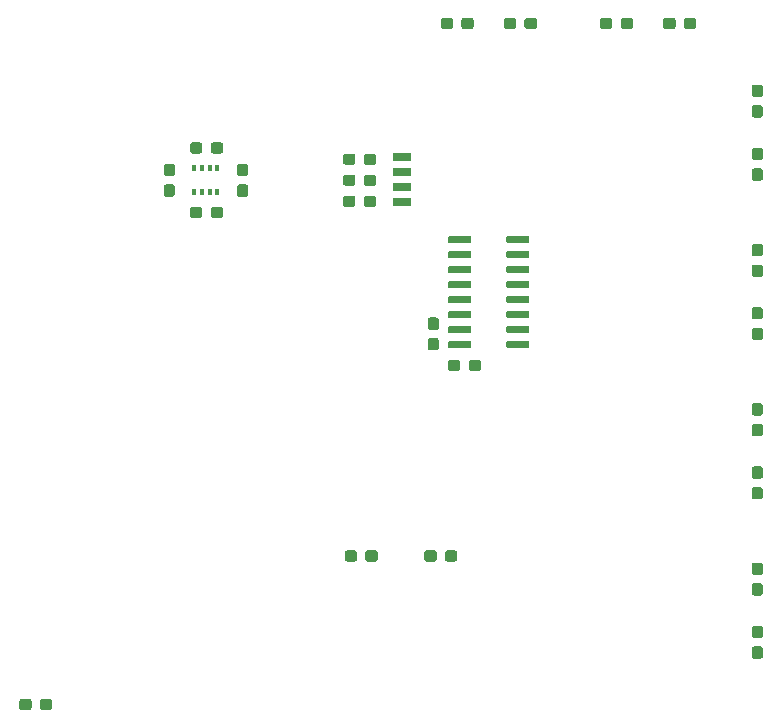
<source format=gbr>
G04 #@! TF.GenerationSoftware,KiCad,Pcbnew,(5.1.4-0-10_14)*
G04 #@! TF.CreationDate,2020-12-31T20:35:18-07:00*
G04 #@! TF.ProjectId,Motherboard,4d6f7468-6572-4626-9f61-72642e6b6963,rev?*
G04 #@! TF.SameCoordinates,Original*
G04 #@! TF.FileFunction,Paste,Top*
G04 #@! TF.FilePolarity,Positive*
%FSLAX46Y46*%
G04 Gerber Fmt 4.6, Leading zero omitted, Abs format (unit mm)*
G04 Created by KiCad (PCBNEW (5.1.4-0-10_14)) date 2020-12-31 20:35:18*
%MOMM*%
%LPD*%
G04 APERTURE LIST*
%ADD10C,0.100000*%
%ADD11C,0.950000*%
%ADD12C,0.600000*%
%ADD13R,0.350000X0.500000*%
%ADD14R,1.600000X0.700000*%
G04 APERTURE END LIST*
D10*
G36*
X93380779Y-61502144D02*
G01*
X93403834Y-61505563D01*
X93426443Y-61511227D01*
X93448387Y-61519079D01*
X93469457Y-61529044D01*
X93489448Y-61541026D01*
X93508168Y-61554910D01*
X93525438Y-61570562D01*
X93541090Y-61587832D01*
X93554974Y-61606552D01*
X93566956Y-61626543D01*
X93576921Y-61647613D01*
X93584773Y-61669557D01*
X93590437Y-61692166D01*
X93593856Y-61715221D01*
X93595000Y-61738500D01*
X93595000Y-62213500D01*
X93593856Y-62236779D01*
X93590437Y-62259834D01*
X93584773Y-62282443D01*
X93576921Y-62304387D01*
X93566956Y-62325457D01*
X93554974Y-62345448D01*
X93541090Y-62364168D01*
X93525438Y-62381438D01*
X93508168Y-62397090D01*
X93489448Y-62410974D01*
X93469457Y-62422956D01*
X93448387Y-62432921D01*
X93426443Y-62440773D01*
X93403834Y-62446437D01*
X93380779Y-62449856D01*
X93357500Y-62451000D01*
X92782500Y-62451000D01*
X92759221Y-62449856D01*
X92736166Y-62446437D01*
X92713557Y-62440773D01*
X92691613Y-62432921D01*
X92670543Y-62422956D01*
X92650552Y-62410974D01*
X92631832Y-62397090D01*
X92614562Y-62381438D01*
X92598910Y-62364168D01*
X92585026Y-62345448D01*
X92573044Y-62325457D01*
X92563079Y-62304387D01*
X92555227Y-62282443D01*
X92549563Y-62259834D01*
X92546144Y-62236779D01*
X92545000Y-62213500D01*
X92545000Y-61738500D01*
X92546144Y-61715221D01*
X92549563Y-61692166D01*
X92555227Y-61669557D01*
X92563079Y-61647613D01*
X92573044Y-61626543D01*
X92585026Y-61606552D01*
X92598910Y-61587832D01*
X92614562Y-61570562D01*
X92631832Y-61554910D01*
X92650552Y-61541026D01*
X92670543Y-61529044D01*
X92691613Y-61519079D01*
X92713557Y-61511227D01*
X92736166Y-61505563D01*
X92759221Y-61502144D01*
X92782500Y-61501000D01*
X93357500Y-61501000D01*
X93380779Y-61502144D01*
X93380779Y-61502144D01*
G37*
D11*
X93070000Y-61976000D03*
D10*
G36*
X91630779Y-61502144D02*
G01*
X91653834Y-61505563D01*
X91676443Y-61511227D01*
X91698387Y-61519079D01*
X91719457Y-61529044D01*
X91739448Y-61541026D01*
X91758168Y-61554910D01*
X91775438Y-61570562D01*
X91791090Y-61587832D01*
X91804974Y-61606552D01*
X91816956Y-61626543D01*
X91826921Y-61647613D01*
X91834773Y-61669557D01*
X91840437Y-61692166D01*
X91843856Y-61715221D01*
X91845000Y-61738500D01*
X91845000Y-62213500D01*
X91843856Y-62236779D01*
X91840437Y-62259834D01*
X91834773Y-62282443D01*
X91826921Y-62304387D01*
X91816956Y-62325457D01*
X91804974Y-62345448D01*
X91791090Y-62364168D01*
X91775438Y-62381438D01*
X91758168Y-62397090D01*
X91739448Y-62410974D01*
X91719457Y-62422956D01*
X91698387Y-62432921D01*
X91676443Y-62440773D01*
X91653834Y-62446437D01*
X91630779Y-62449856D01*
X91607500Y-62451000D01*
X91032500Y-62451000D01*
X91009221Y-62449856D01*
X90986166Y-62446437D01*
X90963557Y-62440773D01*
X90941613Y-62432921D01*
X90920543Y-62422956D01*
X90900552Y-62410974D01*
X90881832Y-62397090D01*
X90864562Y-62381438D01*
X90848910Y-62364168D01*
X90835026Y-62345448D01*
X90823044Y-62325457D01*
X90813079Y-62304387D01*
X90805227Y-62282443D01*
X90799563Y-62259834D01*
X90796144Y-62236779D01*
X90795000Y-62213500D01*
X90795000Y-61738500D01*
X90796144Y-61715221D01*
X90799563Y-61692166D01*
X90805227Y-61669557D01*
X90813079Y-61647613D01*
X90823044Y-61626543D01*
X90835026Y-61606552D01*
X90848910Y-61587832D01*
X90864562Y-61570562D01*
X90881832Y-61554910D01*
X90900552Y-61541026D01*
X90920543Y-61529044D01*
X90941613Y-61519079D01*
X90963557Y-61511227D01*
X90986166Y-61505563D01*
X91009221Y-61502144D01*
X91032500Y-61501000D01*
X91607500Y-61501000D01*
X91630779Y-61502144D01*
X91630779Y-61502144D01*
G37*
D11*
X91320000Y-61976000D03*
D10*
G36*
X67460779Y-44892644D02*
G01*
X67483834Y-44896063D01*
X67506443Y-44901727D01*
X67528387Y-44909579D01*
X67549457Y-44919544D01*
X67569448Y-44931526D01*
X67588168Y-44945410D01*
X67605438Y-44961062D01*
X67621090Y-44978332D01*
X67634974Y-44997052D01*
X67646956Y-45017043D01*
X67656921Y-45038113D01*
X67664773Y-45060057D01*
X67670437Y-45082666D01*
X67673856Y-45105721D01*
X67675000Y-45129000D01*
X67675000Y-45704000D01*
X67673856Y-45727279D01*
X67670437Y-45750334D01*
X67664773Y-45772943D01*
X67656921Y-45794887D01*
X67646956Y-45815957D01*
X67634974Y-45835948D01*
X67621090Y-45854668D01*
X67605438Y-45871938D01*
X67588168Y-45887590D01*
X67569448Y-45901474D01*
X67549457Y-45913456D01*
X67528387Y-45923421D01*
X67506443Y-45931273D01*
X67483834Y-45936937D01*
X67460779Y-45940356D01*
X67437500Y-45941500D01*
X66962500Y-45941500D01*
X66939221Y-45940356D01*
X66916166Y-45936937D01*
X66893557Y-45931273D01*
X66871613Y-45923421D01*
X66850543Y-45913456D01*
X66830552Y-45901474D01*
X66811832Y-45887590D01*
X66794562Y-45871938D01*
X66778910Y-45854668D01*
X66765026Y-45835948D01*
X66753044Y-45815957D01*
X66743079Y-45794887D01*
X66735227Y-45772943D01*
X66729563Y-45750334D01*
X66726144Y-45727279D01*
X66725000Y-45704000D01*
X66725000Y-45129000D01*
X66726144Y-45105721D01*
X66729563Y-45082666D01*
X66735227Y-45060057D01*
X66743079Y-45038113D01*
X66753044Y-45017043D01*
X66765026Y-44997052D01*
X66778910Y-44978332D01*
X66794562Y-44961062D01*
X66811832Y-44945410D01*
X66830552Y-44931526D01*
X66850543Y-44919544D01*
X66871613Y-44909579D01*
X66893557Y-44901727D01*
X66916166Y-44896063D01*
X66939221Y-44892644D01*
X66962500Y-44891500D01*
X67437500Y-44891500D01*
X67460779Y-44892644D01*
X67460779Y-44892644D01*
G37*
D11*
X67200000Y-45416500D03*
D10*
G36*
X67460779Y-46642644D02*
G01*
X67483834Y-46646063D01*
X67506443Y-46651727D01*
X67528387Y-46659579D01*
X67549457Y-46669544D01*
X67569448Y-46681526D01*
X67588168Y-46695410D01*
X67605438Y-46711062D01*
X67621090Y-46728332D01*
X67634974Y-46747052D01*
X67646956Y-46767043D01*
X67656921Y-46788113D01*
X67664773Y-46810057D01*
X67670437Y-46832666D01*
X67673856Y-46855721D01*
X67675000Y-46879000D01*
X67675000Y-47454000D01*
X67673856Y-47477279D01*
X67670437Y-47500334D01*
X67664773Y-47522943D01*
X67656921Y-47544887D01*
X67646956Y-47565957D01*
X67634974Y-47585948D01*
X67621090Y-47604668D01*
X67605438Y-47621938D01*
X67588168Y-47637590D01*
X67569448Y-47651474D01*
X67549457Y-47663456D01*
X67528387Y-47673421D01*
X67506443Y-47681273D01*
X67483834Y-47686937D01*
X67460779Y-47690356D01*
X67437500Y-47691500D01*
X66962500Y-47691500D01*
X66939221Y-47690356D01*
X66916166Y-47686937D01*
X66893557Y-47681273D01*
X66871613Y-47673421D01*
X66850543Y-47663456D01*
X66830552Y-47651474D01*
X66811832Y-47637590D01*
X66794562Y-47621938D01*
X66778910Y-47604668D01*
X66765026Y-47585948D01*
X66753044Y-47565957D01*
X66743079Y-47544887D01*
X66735227Y-47522943D01*
X66729563Y-47500334D01*
X66726144Y-47477279D01*
X66725000Y-47454000D01*
X66725000Y-46879000D01*
X66726144Y-46855721D01*
X66729563Y-46832666D01*
X66735227Y-46810057D01*
X66743079Y-46788113D01*
X66753044Y-46767043D01*
X66765026Y-46747052D01*
X66778910Y-46728332D01*
X66794562Y-46711062D01*
X66811832Y-46695410D01*
X66830552Y-46681526D01*
X66850543Y-46669544D01*
X66871613Y-46659579D01*
X66893557Y-46651727D01*
X66916166Y-46646063D01*
X66939221Y-46642644D01*
X66962500Y-46641500D01*
X67437500Y-46641500D01*
X67460779Y-46642644D01*
X67460779Y-46642644D01*
G37*
D11*
X67200000Y-47166500D03*
D10*
G36*
X69793779Y-48548144D02*
G01*
X69816834Y-48551563D01*
X69839443Y-48557227D01*
X69861387Y-48565079D01*
X69882457Y-48575044D01*
X69902448Y-48587026D01*
X69921168Y-48600910D01*
X69938438Y-48616562D01*
X69954090Y-48633832D01*
X69967974Y-48652552D01*
X69979956Y-48672543D01*
X69989921Y-48693613D01*
X69997773Y-48715557D01*
X70003437Y-48738166D01*
X70006856Y-48761221D01*
X70008000Y-48784500D01*
X70008000Y-49259500D01*
X70006856Y-49282779D01*
X70003437Y-49305834D01*
X69997773Y-49328443D01*
X69989921Y-49350387D01*
X69979956Y-49371457D01*
X69967974Y-49391448D01*
X69954090Y-49410168D01*
X69938438Y-49427438D01*
X69921168Y-49443090D01*
X69902448Y-49456974D01*
X69882457Y-49468956D01*
X69861387Y-49478921D01*
X69839443Y-49486773D01*
X69816834Y-49492437D01*
X69793779Y-49495856D01*
X69770500Y-49497000D01*
X69195500Y-49497000D01*
X69172221Y-49495856D01*
X69149166Y-49492437D01*
X69126557Y-49486773D01*
X69104613Y-49478921D01*
X69083543Y-49468956D01*
X69063552Y-49456974D01*
X69044832Y-49443090D01*
X69027562Y-49427438D01*
X69011910Y-49410168D01*
X68998026Y-49391448D01*
X68986044Y-49371457D01*
X68976079Y-49350387D01*
X68968227Y-49328443D01*
X68962563Y-49305834D01*
X68959144Y-49282779D01*
X68958000Y-49259500D01*
X68958000Y-48784500D01*
X68959144Y-48761221D01*
X68962563Y-48738166D01*
X68968227Y-48715557D01*
X68976079Y-48693613D01*
X68986044Y-48672543D01*
X68998026Y-48652552D01*
X69011910Y-48633832D01*
X69027562Y-48616562D01*
X69044832Y-48600910D01*
X69063552Y-48587026D01*
X69083543Y-48575044D01*
X69104613Y-48565079D01*
X69126557Y-48557227D01*
X69149166Y-48551563D01*
X69172221Y-48548144D01*
X69195500Y-48547000D01*
X69770500Y-48547000D01*
X69793779Y-48548144D01*
X69793779Y-48548144D01*
G37*
D11*
X69483000Y-49022000D03*
D10*
G36*
X71543779Y-48548144D02*
G01*
X71566834Y-48551563D01*
X71589443Y-48557227D01*
X71611387Y-48565079D01*
X71632457Y-48575044D01*
X71652448Y-48587026D01*
X71671168Y-48600910D01*
X71688438Y-48616562D01*
X71704090Y-48633832D01*
X71717974Y-48652552D01*
X71729956Y-48672543D01*
X71739921Y-48693613D01*
X71747773Y-48715557D01*
X71753437Y-48738166D01*
X71756856Y-48761221D01*
X71758000Y-48784500D01*
X71758000Y-49259500D01*
X71756856Y-49282779D01*
X71753437Y-49305834D01*
X71747773Y-49328443D01*
X71739921Y-49350387D01*
X71729956Y-49371457D01*
X71717974Y-49391448D01*
X71704090Y-49410168D01*
X71688438Y-49427438D01*
X71671168Y-49443090D01*
X71652448Y-49456974D01*
X71632457Y-49468956D01*
X71611387Y-49478921D01*
X71589443Y-49486773D01*
X71566834Y-49492437D01*
X71543779Y-49495856D01*
X71520500Y-49497000D01*
X70945500Y-49497000D01*
X70922221Y-49495856D01*
X70899166Y-49492437D01*
X70876557Y-49486773D01*
X70854613Y-49478921D01*
X70833543Y-49468956D01*
X70813552Y-49456974D01*
X70794832Y-49443090D01*
X70777562Y-49427438D01*
X70761910Y-49410168D01*
X70748026Y-49391448D01*
X70736044Y-49371457D01*
X70726079Y-49350387D01*
X70718227Y-49328443D01*
X70712563Y-49305834D01*
X70709144Y-49282779D01*
X70708000Y-49259500D01*
X70708000Y-48784500D01*
X70709144Y-48761221D01*
X70712563Y-48738166D01*
X70718227Y-48715557D01*
X70726079Y-48693613D01*
X70736044Y-48672543D01*
X70748026Y-48652552D01*
X70761910Y-48633832D01*
X70777562Y-48616562D01*
X70794832Y-48600910D01*
X70813552Y-48587026D01*
X70833543Y-48575044D01*
X70854613Y-48565079D01*
X70876557Y-48557227D01*
X70899166Y-48551563D01*
X70922221Y-48548144D01*
X70945500Y-48547000D01*
X71520500Y-48547000D01*
X71543779Y-48548144D01*
X71543779Y-48548144D01*
G37*
D11*
X71233000Y-49022000D03*
D10*
G36*
X82747779Y-45817644D02*
G01*
X82770834Y-45821063D01*
X82793443Y-45826727D01*
X82815387Y-45834579D01*
X82836457Y-45844544D01*
X82856448Y-45856526D01*
X82875168Y-45870410D01*
X82892438Y-45886062D01*
X82908090Y-45903332D01*
X82921974Y-45922052D01*
X82933956Y-45942043D01*
X82943921Y-45963113D01*
X82951773Y-45985057D01*
X82957437Y-46007666D01*
X82960856Y-46030721D01*
X82962000Y-46054000D01*
X82962000Y-46529000D01*
X82960856Y-46552279D01*
X82957437Y-46575334D01*
X82951773Y-46597943D01*
X82943921Y-46619887D01*
X82933956Y-46640957D01*
X82921974Y-46660948D01*
X82908090Y-46679668D01*
X82892438Y-46696938D01*
X82875168Y-46712590D01*
X82856448Y-46726474D01*
X82836457Y-46738456D01*
X82815387Y-46748421D01*
X82793443Y-46756273D01*
X82770834Y-46761937D01*
X82747779Y-46765356D01*
X82724500Y-46766500D01*
X82149500Y-46766500D01*
X82126221Y-46765356D01*
X82103166Y-46761937D01*
X82080557Y-46756273D01*
X82058613Y-46748421D01*
X82037543Y-46738456D01*
X82017552Y-46726474D01*
X81998832Y-46712590D01*
X81981562Y-46696938D01*
X81965910Y-46679668D01*
X81952026Y-46660948D01*
X81940044Y-46640957D01*
X81930079Y-46619887D01*
X81922227Y-46597943D01*
X81916563Y-46575334D01*
X81913144Y-46552279D01*
X81912000Y-46529000D01*
X81912000Y-46054000D01*
X81913144Y-46030721D01*
X81916563Y-46007666D01*
X81922227Y-45985057D01*
X81930079Y-45963113D01*
X81940044Y-45942043D01*
X81952026Y-45922052D01*
X81965910Y-45903332D01*
X81981562Y-45886062D01*
X81998832Y-45870410D01*
X82017552Y-45856526D01*
X82037543Y-45844544D01*
X82058613Y-45834579D01*
X82080557Y-45826727D01*
X82103166Y-45821063D01*
X82126221Y-45817644D01*
X82149500Y-45816500D01*
X82724500Y-45816500D01*
X82747779Y-45817644D01*
X82747779Y-45817644D01*
G37*
D11*
X82437000Y-46291500D03*
D10*
G36*
X84497779Y-45817644D02*
G01*
X84520834Y-45821063D01*
X84543443Y-45826727D01*
X84565387Y-45834579D01*
X84586457Y-45844544D01*
X84606448Y-45856526D01*
X84625168Y-45870410D01*
X84642438Y-45886062D01*
X84658090Y-45903332D01*
X84671974Y-45922052D01*
X84683956Y-45942043D01*
X84693921Y-45963113D01*
X84701773Y-45985057D01*
X84707437Y-46007666D01*
X84710856Y-46030721D01*
X84712000Y-46054000D01*
X84712000Y-46529000D01*
X84710856Y-46552279D01*
X84707437Y-46575334D01*
X84701773Y-46597943D01*
X84693921Y-46619887D01*
X84683956Y-46640957D01*
X84671974Y-46660948D01*
X84658090Y-46679668D01*
X84642438Y-46696938D01*
X84625168Y-46712590D01*
X84606448Y-46726474D01*
X84586457Y-46738456D01*
X84565387Y-46748421D01*
X84543443Y-46756273D01*
X84520834Y-46761937D01*
X84497779Y-46765356D01*
X84474500Y-46766500D01*
X83899500Y-46766500D01*
X83876221Y-46765356D01*
X83853166Y-46761937D01*
X83830557Y-46756273D01*
X83808613Y-46748421D01*
X83787543Y-46738456D01*
X83767552Y-46726474D01*
X83748832Y-46712590D01*
X83731562Y-46696938D01*
X83715910Y-46679668D01*
X83702026Y-46660948D01*
X83690044Y-46640957D01*
X83680079Y-46619887D01*
X83672227Y-46597943D01*
X83666563Y-46575334D01*
X83663144Y-46552279D01*
X83662000Y-46529000D01*
X83662000Y-46054000D01*
X83663144Y-46030721D01*
X83666563Y-46007666D01*
X83672227Y-45985057D01*
X83680079Y-45963113D01*
X83690044Y-45942043D01*
X83702026Y-45922052D01*
X83715910Y-45903332D01*
X83731562Y-45886062D01*
X83748832Y-45870410D01*
X83767552Y-45856526D01*
X83787543Y-45844544D01*
X83808613Y-45834579D01*
X83830557Y-45826727D01*
X83853166Y-45821063D01*
X83876221Y-45817644D01*
X83899500Y-45816500D01*
X84474500Y-45816500D01*
X84497779Y-45817644D01*
X84497779Y-45817644D01*
G37*
D11*
X84187000Y-46291500D03*
D10*
G36*
X57077279Y-90204144D02*
G01*
X57100334Y-90207563D01*
X57122943Y-90213227D01*
X57144887Y-90221079D01*
X57165957Y-90231044D01*
X57185948Y-90243026D01*
X57204668Y-90256910D01*
X57221938Y-90272562D01*
X57237590Y-90289832D01*
X57251474Y-90308552D01*
X57263456Y-90328543D01*
X57273421Y-90349613D01*
X57281273Y-90371557D01*
X57286937Y-90394166D01*
X57290356Y-90417221D01*
X57291500Y-90440500D01*
X57291500Y-90915500D01*
X57290356Y-90938779D01*
X57286937Y-90961834D01*
X57281273Y-90984443D01*
X57273421Y-91006387D01*
X57263456Y-91027457D01*
X57251474Y-91047448D01*
X57237590Y-91066168D01*
X57221938Y-91083438D01*
X57204668Y-91099090D01*
X57185948Y-91112974D01*
X57165957Y-91124956D01*
X57144887Y-91134921D01*
X57122943Y-91142773D01*
X57100334Y-91148437D01*
X57077279Y-91151856D01*
X57054000Y-91153000D01*
X56479000Y-91153000D01*
X56455721Y-91151856D01*
X56432666Y-91148437D01*
X56410057Y-91142773D01*
X56388113Y-91134921D01*
X56367043Y-91124956D01*
X56347052Y-91112974D01*
X56328332Y-91099090D01*
X56311062Y-91083438D01*
X56295410Y-91066168D01*
X56281526Y-91047448D01*
X56269544Y-91027457D01*
X56259579Y-91006387D01*
X56251727Y-90984443D01*
X56246063Y-90961834D01*
X56242644Y-90938779D01*
X56241500Y-90915500D01*
X56241500Y-90440500D01*
X56242644Y-90417221D01*
X56246063Y-90394166D01*
X56251727Y-90371557D01*
X56259579Y-90349613D01*
X56269544Y-90328543D01*
X56281526Y-90308552D01*
X56295410Y-90289832D01*
X56311062Y-90272562D01*
X56328332Y-90256910D01*
X56347052Y-90243026D01*
X56367043Y-90231044D01*
X56388113Y-90221079D01*
X56410057Y-90213227D01*
X56432666Y-90207563D01*
X56455721Y-90204144D01*
X56479000Y-90203000D01*
X57054000Y-90203000D01*
X57077279Y-90204144D01*
X57077279Y-90204144D01*
G37*
D11*
X56766500Y-90678000D03*
D10*
G36*
X55327279Y-90204144D02*
G01*
X55350334Y-90207563D01*
X55372943Y-90213227D01*
X55394887Y-90221079D01*
X55415957Y-90231044D01*
X55435948Y-90243026D01*
X55454668Y-90256910D01*
X55471938Y-90272562D01*
X55487590Y-90289832D01*
X55501474Y-90308552D01*
X55513456Y-90328543D01*
X55523421Y-90349613D01*
X55531273Y-90371557D01*
X55536937Y-90394166D01*
X55540356Y-90417221D01*
X55541500Y-90440500D01*
X55541500Y-90915500D01*
X55540356Y-90938779D01*
X55536937Y-90961834D01*
X55531273Y-90984443D01*
X55523421Y-91006387D01*
X55513456Y-91027457D01*
X55501474Y-91047448D01*
X55487590Y-91066168D01*
X55471938Y-91083438D01*
X55454668Y-91099090D01*
X55435948Y-91112974D01*
X55415957Y-91124956D01*
X55394887Y-91134921D01*
X55372943Y-91142773D01*
X55350334Y-91148437D01*
X55327279Y-91151856D01*
X55304000Y-91153000D01*
X54729000Y-91153000D01*
X54705721Y-91151856D01*
X54682666Y-91148437D01*
X54660057Y-91142773D01*
X54638113Y-91134921D01*
X54617043Y-91124956D01*
X54597052Y-91112974D01*
X54578332Y-91099090D01*
X54561062Y-91083438D01*
X54545410Y-91066168D01*
X54531526Y-91047448D01*
X54519544Y-91027457D01*
X54509579Y-91006387D01*
X54501727Y-90984443D01*
X54496063Y-90961834D01*
X54492644Y-90938779D01*
X54491500Y-90915500D01*
X54491500Y-90440500D01*
X54492644Y-90417221D01*
X54496063Y-90394166D01*
X54501727Y-90371557D01*
X54509579Y-90349613D01*
X54519544Y-90328543D01*
X54531526Y-90308552D01*
X54545410Y-90289832D01*
X54561062Y-90272562D01*
X54578332Y-90256910D01*
X54597052Y-90243026D01*
X54617043Y-90231044D01*
X54638113Y-90221079D01*
X54660057Y-90213227D01*
X54682666Y-90207563D01*
X54705721Y-90204144D01*
X54729000Y-90203000D01*
X55304000Y-90203000D01*
X55327279Y-90204144D01*
X55327279Y-90204144D01*
G37*
D11*
X55016500Y-90678000D03*
D10*
G36*
X82880779Y-77631144D02*
G01*
X82903834Y-77634563D01*
X82926443Y-77640227D01*
X82948387Y-77648079D01*
X82969457Y-77658044D01*
X82989448Y-77670026D01*
X83008168Y-77683910D01*
X83025438Y-77699562D01*
X83041090Y-77716832D01*
X83054974Y-77735552D01*
X83066956Y-77755543D01*
X83076921Y-77776613D01*
X83084773Y-77798557D01*
X83090437Y-77821166D01*
X83093856Y-77844221D01*
X83095000Y-77867500D01*
X83095000Y-78342500D01*
X83093856Y-78365779D01*
X83090437Y-78388834D01*
X83084773Y-78411443D01*
X83076921Y-78433387D01*
X83066956Y-78454457D01*
X83054974Y-78474448D01*
X83041090Y-78493168D01*
X83025438Y-78510438D01*
X83008168Y-78526090D01*
X82989448Y-78539974D01*
X82969457Y-78551956D01*
X82948387Y-78561921D01*
X82926443Y-78569773D01*
X82903834Y-78575437D01*
X82880779Y-78578856D01*
X82857500Y-78580000D01*
X82282500Y-78580000D01*
X82259221Y-78578856D01*
X82236166Y-78575437D01*
X82213557Y-78569773D01*
X82191613Y-78561921D01*
X82170543Y-78551956D01*
X82150552Y-78539974D01*
X82131832Y-78526090D01*
X82114562Y-78510438D01*
X82098910Y-78493168D01*
X82085026Y-78474448D01*
X82073044Y-78454457D01*
X82063079Y-78433387D01*
X82055227Y-78411443D01*
X82049563Y-78388834D01*
X82046144Y-78365779D01*
X82045000Y-78342500D01*
X82045000Y-77867500D01*
X82046144Y-77844221D01*
X82049563Y-77821166D01*
X82055227Y-77798557D01*
X82063079Y-77776613D01*
X82073044Y-77755543D01*
X82085026Y-77735552D01*
X82098910Y-77716832D01*
X82114562Y-77699562D01*
X82131832Y-77683910D01*
X82150552Y-77670026D01*
X82170543Y-77658044D01*
X82191613Y-77648079D01*
X82213557Y-77640227D01*
X82236166Y-77634563D01*
X82259221Y-77631144D01*
X82282500Y-77630000D01*
X82857500Y-77630000D01*
X82880779Y-77631144D01*
X82880779Y-77631144D01*
G37*
D11*
X82570000Y-78105000D03*
D10*
G36*
X84630779Y-77631144D02*
G01*
X84653834Y-77634563D01*
X84676443Y-77640227D01*
X84698387Y-77648079D01*
X84719457Y-77658044D01*
X84739448Y-77670026D01*
X84758168Y-77683910D01*
X84775438Y-77699562D01*
X84791090Y-77716832D01*
X84804974Y-77735552D01*
X84816956Y-77755543D01*
X84826921Y-77776613D01*
X84834773Y-77798557D01*
X84840437Y-77821166D01*
X84843856Y-77844221D01*
X84845000Y-77867500D01*
X84845000Y-78342500D01*
X84843856Y-78365779D01*
X84840437Y-78388834D01*
X84834773Y-78411443D01*
X84826921Y-78433387D01*
X84816956Y-78454457D01*
X84804974Y-78474448D01*
X84791090Y-78493168D01*
X84775438Y-78510438D01*
X84758168Y-78526090D01*
X84739448Y-78539974D01*
X84719457Y-78551956D01*
X84698387Y-78561921D01*
X84676443Y-78569773D01*
X84653834Y-78575437D01*
X84630779Y-78578856D01*
X84607500Y-78580000D01*
X84032500Y-78580000D01*
X84009221Y-78578856D01*
X83986166Y-78575437D01*
X83963557Y-78569773D01*
X83941613Y-78561921D01*
X83920543Y-78551956D01*
X83900552Y-78539974D01*
X83881832Y-78526090D01*
X83864562Y-78510438D01*
X83848910Y-78493168D01*
X83835026Y-78474448D01*
X83823044Y-78454457D01*
X83813079Y-78433387D01*
X83805227Y-78411443D01*
X83799563Y-78388834D01*
X83796144Y-78365779D01*
X83795000Y-78342500D01*
X83795000Y-77867500D01*
X83796144Y-77844221D01*
X83799563Y-77821166D01*
X83805227Y-77798557D01*
X83813079Y-77776613D01*
X83823044Y-77755543D01*
X83835026Y-77735552D01*
X83848910Y-77716832D01*
X83864562Y-77699562D01*
X83881832Y-77683910D01*
X83900552Y-77670026D01*
X83920543Y-77658044D01*
X83941613Y-77648079D01*
X83963557Y-77640227D01*
X83986166Y-77634563D01*
X84009221Y-77631144D01*
X84032500Y-77630000D01*
X84607500Y-77630000D01*
X84630779Y-77631144D01*
X84630779Y-77631144D01*
G37*
D11*
X84320000Y-78105000D03*
D10*
G36*
X117240779Y-84011144D02*
G01*
X117263834Y-84014563D01*
X117286443Y-84020227D01*
X117308387Y-84028079D01*
X117329457Y-84038044D01*
X117349448Y-84050026D01*
X117368168Y-84063910D01*
X117385438Y-84079562D01*
X117401090Y-84096832D01*
X117414974Y-84115552D01*
X117426956Y-84135543D01*
X117436921Y-84156613D01*
X117444773Y-84178557D01*
X117450437Y-84201166D01*
X117453856Y-84224221D01*
X117455000Y-84247500D01*
X117455000Y-84822500D01*
X117453856Y-84845779D01*
X117450437Y-84868834D01*
X117444773Y-84891443D01*
X117436921Y-84913387D01*
X117426956Y-84934457D01*
X117414974Y-84954448D01*
X117401090Y-84973168D01*
X117385438Y-84990438D01*
X117368168Y-85006090D01*
X117349448Y-85019974D01*
X117329457Y-85031956D01*
X117308387Y-85041921D01*
X117286443Y-85049773D01*
X117263834Y-85055437D01*
X117240779Y-85058856D01*
X117217500Y-85060000D01*
X116742500Y-85060000D01*
X116719221Y-85058856D01*
X116696166Y-85055437D01*
X116673557Y-85049773D01*
X116651613Y-85041921D01*
X116630543Y-85031956D01*
X116610552Y-85019974D01*
X116591832Y-85006090D01*
X116574562Y-84990438D01*
X116558910Y-84973168D01*
X116545026Y-84954448D01*
X116533044Y-84934457D01*
X116523079Y-84913387D01*
X116515227Y-84891443D01*
X116509563Y-84868834D01*
X116506144Y-84845779D01*
X116505000Y-84822500D01*
X116505000Y-84247500D01*
X116506144Y-84224221D01*
X116509563Y-84201166D01*
X116515227Y-84178557D01*
X116523079Y-84156613D01*
X116533044Y-84135543D01*
X116545026Y-84115552D01*
X116558910Y-84096832D01*
X116574562Y-84079562D01*
X116591832Y-84063910D01*
X116610552Y-84050026D01*
X116630543Y-84038044D01*
X116651613Y-84028079D01*
X116673557Y-84020227D01*
X116696166Y-84014563D01*
X116719221Y-84011144D01*
X116742500Y-84010000D01*
X117217500Y-84010000D01*
X117240779Y-84011144D01*
X117240779Y-84011144D01*
G37*
D11*
X116980000Y-84535000D03*
D10*
G36*
X117240779Y-85761144D02*
G01*
X117263834Y-85764563D01*
X117286443Y-85770227D01*
X117308387Y-85778079D01*
X117329457Y-85788044D01*
X117349448Y-85800026D01*
X117368168Y-85813910D01*
X117385438Y-85829562D01*
X117401090Y-85846832D01*
X117414974Y-85865552D01*
X117426956Y-85885543D01*
X117436921Y-85906613D01*
X117444773Y-85928557D01*
X117450437Y-85951166D01*
X117453856Y-85974221D01*
X117455000Y-85997500D01*
X117455000Y-86572500D01*
X117453856Y-86595779D01*
X117450437Y-86618834D01*
X117444773Y-86641443D01*
X117436921Y-86663387D01*
X117426956Y-86684457D01*
X117414974Y-86704448D01*
X117401090Y-86723168D01*
X117385438Y-86740438D01*
X117368168Y-86756090D01*
X117349448Y-86769974D01*
X117329457Y-86781956D01*
X117308387Y-86791921D01*
X117286443Y-86799773D01*
X117263834Y-86805437D01*
X117240779Y-86808856D01*
X117217500Y-86810000D01*
X116742500Y-86810000D01*
X116719221Y-86808856D01*
X116696166Y-86805437D01*
X116673557Y-86799773D01*
X116651613Y-86791921D01*
X116630543Y-86781956D01*
X116610552Y-86769974D01*
X116591832Y-86756090D01*
X116574562Y-86740438D01*
X116558910Y-86723168D01*
X116545026Y-86704448D01*
X116533044Y-86684457D01*
X116523079Y-86663387D01*
X116515227Y-86641443D01*
X116509563Y-86618834D01*
X116506144Y-86595779D01*
X116505000Y-86572500D01*
X116505000Y-85997500D01*
X116506144Y-85974221D01*
X116509563Y-85951166D01*
X116515227Y-85928557D01*
X116523079Y-85906613D01*
X116533044Y-85885543D01*
X116545026Y-85865552D01*
X116558910Y-85846832D01*
X116574562Y-85829562D01*
X116591832Y-85813910D01*
X116610552Y-85800026D01*
X116630543Y-85788044D01*
X116651613Y-85778079D01*
X116673557Y-85770227D01*
X116696166Y-85764563D01*
X116719221Y-85761144D01*
X116742500Y-85760000D01*
X117217500Y-85760000D01*
X117240779Y-85761144D01*
X117240779Y-85761144D01*
G37*
D11*
X116980000Y-86285000D03*
D10*
G36*
X117240779Y-78661144D02*
G01*
X117263834Y-78664563D01*
X117286443Y-78670227D01*
X117308387Y-78678079D01*
X117329457Y-78688044D01*
X117349448Y-78700026D01*
X117368168Y-78713910D01*
X117385438Y-78729562D01*
X117401090Y-78746832D01*
X117414974Y-78765552D01*
X117426956Y-78785543D01*
X117436921Y-78806613D01*
X117444773Y-78828557D01*
X117450437Y-78851166D01*
X117453856Y-78874221D01*
X117455000Y-78897500D01*
X117455000Y-79472500D01*
X117453856Y-79495779D01*
X117450437Y-79518834D01*
X117444773Y-79541443D01*
X117436921Y-79563387D01*
X117426956Y-79584457D01*
X117414974Y-79604448D01*
X117401090Y-79623168D01*
X117385438Y-79640438D01*
X117368168Y-79656090D01*
X117349448Y-79669974D01*
X117329457Y-79681956D01*
X117308387Y-79691921D01*
X117286443Y-79699773D01*
X117263834Y-79705437D01*
X117240779Y-79708856D01*
X117217500Y-79710000D01*
X116742500Y-79710000D01*
X116719221Y-79708856D01*
X116696166Y-79705437D01*
X116673557Y-79699773D01*
X116651613Y-79691921D01*
X116630543Y-79681956D01*
X116610552Y-79669974D01*
X116591832Y-79656090D01*
X116574562Y-79640438D01*
X116558910Y-79623168D01*
X116545026Y-79604448D01*
X116533044Y-79584457D01*
X116523079Y-79563387D01*
X116515227Y-79541443D01*
X116509563Y-79518834D01*
X116506144Y-79495779D01*
X116505000Y-79472500D01*
X116505000Y-78897500D01*
X116506144Y-78874221D01*
X116509563Y-78851166D01*
X116515227Y-78828557D01*
X116523079Y-78806613D01*
X116533044Y-78785543D01*
X116545026Y-78765552D01*
X116558910Y-78746832D01*
X116574562Y-78729562D01*
X116591832Y-78713910D01*
X116610552Y-78700026D01*
X116630543Y-78688044D01*
X116651613Y-78678079D01*
X116673557Y-78670227D01*
X116696166Y-78664563D01*
X116719221Y-78661144D01*
X116742500Y-78660000D01*
X117217500Y-78660000D01*
X117240779Y-78661144D01*
X117240779Y-78661144D01*
G37*
D11*
X116980000Y-79185000D03*
D10*
G36*
X117240779Y-80411144D02*
G01*
X117263834Y-80414563D01*
X117286443Y-80420227D01*
X117308387Y-80428079D01*
X117329457Y-80438044D01*
X117349448Y-80450026D01*
X117368168Y-80463910D01*
X117385438Y-80479562D01*
X117401090Y-80496832D01*
X117414974Y-80515552D01*
X117426956Y-80535543D01*
X117436921Y-80556613D01*
X117444773Y-80578557D01*
X117450437Y-80601166D01*
X117453856Y-80624221D01*
X117455000Y-80647500D01*
X117455000Y-81222500D01*
X117453856Y-81245779D01*
X117450437Y-81268834D01*
X117444773Y-81291443D01*
X117436921Y-81313387D01*
X117426956Y-81334457D01*
X117414974Y-81354448D01*
X117401090Y-81373168D01*
X117385438Y-81390438D01*
X117368168Y-81406090D01*
X117349448Y-81419974D01*
X117329457Y-81431956D01*
X117308387Y-81441921D01*
X117286443Y-81449773D01*
X117263834Y-81455437D01*
X117240779Y-81458856D01*
X117217500Y-81460000D01*
X116742500Y-81460000D01*
X116719221Y-81458856D01*
X116696166Y-81455437D01*
X116673557Y-81449773D01*
X116651613Y-81441921D01*
X116630543Y-81431956D01*
X116610552Y-81419974D01*
X116591832Y-81406090D01*
X116574562Y-81390438D01*
X116558910Y-81373168D01*
X116545026Y-81354448D01*
X116533044Y-81334457D01*
X116523079Y-81313387D01*
X116515227Y-81291443D01*
X116509563Y-81268834D01*
X116506144Y-81245779D01*
X116505000Y-81222500D01*
X116505000Y-80647500D01*
X116506144Y-80624221D01*
X116509563Y-80601166D01*
X116515227Y-80578557D01*
X116523079Y-80556613D01*
X116533044Y-80535543D01*
X116545026Y-80515552D01*
X116558910Y-80496832D01*
X116574562Y-80479562D01*
X116591832Y-80463910D01*
X116610552Y-80450026D01*
X116630543Y-80438044D01*
X116651613Y-80428079D01*
X116673557Y-80420227D01*
X116696166Y-80414563D01*
X116719221Y-80411144D01*
X116742500Y-80410000D01*
X117217500Y-80410000D01*
X117240779Y-80411144D01*
X117240779Y-80411144D01*
G37*
D11*
X116980000Y-80935000D03*
D10*
G36*
X117240779Y-72271144D02*
G01*
X117263834Y-72274563D01*
X117286443Y-72280227D01*
X117308387Y-72288079D01*
X117329457Y-72298044D01*
X117349448Y-72310026D01*
X117368168Y-72323910D01*
X117385438Y-72339562D01*
X117401090Y-72356832D01*
X117414974Y-72375552D01*
X117426956Y-72395543D01*
X117436921Y-72416613D01*
X117444773Y-72438557D01*
X117450437Y-72461166D01*
X117453856Y-72484221D01*
X117455000Y-72507500D01*
X117455000Y-73082500D01*
X117453856Y-73105779D01*
X117450437Y-73128834D01*
X117444773Y-73151443D01*
X117436921Y-73173387D01*
X117426956Y-73194457D01*
X117414974Y-73214448D01*
X117401090Y-73233168D01*
X117385438Y-73250438D01*
X117368168Y-73266090D01*
X117349448Y-73279974D01*
X117329457Y-73291956D01*
X117308387Y-73301921D01*
X117286443Y-73309773D01*
X117263834Y-73315437D01*
X117240779Y-73318856D01*
X117217500Y-73320000D01*
X116742500Y-73320000D01*
X116719221Y-73318856D01*
X116696166Y-73315437D01*
X116673557Y-73309773D01*
X116651613Y-73301921D01*
X116630543Y-73291956D01*
X116610552Y-73279974D01*
X116591832Y-73266090D01*
X116574562Y-73250438D01*
X116558910Y-73233168D01*
X116545026Y-73214448D01*
X116533044Y-73194457D01*
X116523079Y-73173387D01*
X116515227Y-73151443D01*
X116509563Y-73128834D01*
X116506144Y-73105779D01*
X116505000Y-73082500D01*
X116505000Y-72507500D01*
X116506144Y-72484221D01*
X116509563Y-72461166D01*
X116515227Y-72438557D01*
X116523079Y-72416613D01*
X116533044Y-72395543D01*
X116545026Y-72375552D01*
X116558910Y-72356832D01*
X116574562Y-72339562D01*
X116591832Y-72323910D01*
X116610552Y-72310026D01*
X116630543Y-72298044D01*
X116651613Y-72288079D01*
X116673557Y-72280227D01*
X116696166Y-72274563D01*
X116719221Y-72271144D01*
X116742500Y-72270000D01*
X117217500Y-72270000D01*
X117240779Y-72271144D01*
X117240779Y-72271144D01*
G37*
D11*
X116980000Y-72795000D03*
D10*
G36*
X117240779Y-70521144D02*
G01*
X117263834Y-70524563D01*
X117286443Y-70530227D01*
X117308387Y-70538079D01*
X117329457Y-70548044D01*
X117349448Y-70560026D01*
X117368168Y-70573910D01*
X117385438Y-70589562D01*
X117401090Y-70606832D01*
X117414974Y-70625552D01*
X117426956Y-70645543D01*
X117436921Y-70666613D01*
X117444773Y-70688557D01*
X117450437Y-70711166D01*
X117453856Y-70734221D01*
X117455000Y-70757500D01*
X117455000Y-71332500D01*
X117453856Y-71355779D01*
X117450437Y-71378834D01*
X117444773Y-71401443D01*
X117436921Y-71423387D01*
X117426956Y-71444457D01*
X117414974Y-71464448D01*
X117401090Y-71483168D01*
X117385438Y-71500438D01*
X117368168Y-71516090D01*
X117349448Y-71529974D01*
X117329457Y-71541956D01*
X117308387Y-71551921D01*
X117286443Y-71559773D01*
X117263834Y-71565437D01*
X117240779Y-71568856D01*
X117217500Y-71570000D01*
X116742500Y-71570000D01*
X116719221Y-71568856D01*
X116696166Y-71565437D01*
X116673557Y-71559773D01*
X116651613Y-71551921D01*
X116630543Y-71541956D01*
X116610552Y-71529974D01*
X116591832Y-71516090D01*
X116574562Y-71500438D01*
X116558910Y-71483168D01*
X116545026Y-71464448D01*
X116533044Y-71444457D01*
X116523079Y-71423387D01*
X116515227Y-71401443D01*
X116509563Y-71378834D01*
X116506144Y-71355779D01*
X116505000Y-71332500D01*
X116505000Y-70757500D01*
X116506144Y-70734221D01*
X116509563Y-70711166D01*
X116515227Y-70688557D01*
X116523079Y-70666613D01*
X116533044Y-70645543D01*
X116545026Y-70625552D01*
X116558910Y-70606832D01*
X116574562Y-70589562D01*
X116591832Y-70573910D01*
X116610552Y-70560026D01*
X116630543Y-70548044D01*
X116651613Y-70538079D01*
X116673557Y-70530227D01*
X116696166Y-70524563D01*
X116719221Y-70521144D01*
X116742500Y-70520000D01*
X117217500Y-70520000D01*
X117240779Y-70521144D01*
X117240779Y-70521144D01*
G37*
D11*
X116980000Y-71045000D03*
D10*
G36*
X117240779Y-65171144D02*
G01*
X117263834Y-65174563D01*
X117286443Y-65180227D01*
X117308387Y-65188079D01*
X117329457Y-65198044D01*
X117349448Y-65210026D01*
X117368168Y-65223910D01*
X117385438Y-65239562D01*
X117401090Y-65256832D01*
X117414974Y-65275552D01*
X117426956Y-65295543D01*
X117436921Y-65316613D01*
X117444773Y-65338557D01*
X117450437Y-65361166D01*
X117453856Y-65384221D01*
X117455000Y-65407500D01*
X117455000Y-65982500D01*
X117453856Y-66005779D01*
X117450437Y-66028834D01*
X117444773Y-66051443D01*
X117436921Y-66073387D01*
X117426956Y-66094457D01*
X117414974Y-66114448D01*
X117401090Y-66133168D01*
X117385438Y-66150438D01*
X117368168Y-66166090D01*
X117349448Y-66179974D01*
X117329457Y-66191956D01*
X117308387Y-66201921D01*
X117286443Y-66209773D01*
X117263834Y-66215437D01*
X117240779Y-66218856D01*
X117217500Y-66220000D01*
X116742500Y-66220000D01*
X116719221Y-66218856D01*
X116696166Y-66215437D01*
X116673557Y-66209773D01*
X116651613Y-66201921D01*
X116630543Y-66191956D01*
X116610552Y-66179974D01*
X116591832Y-66166090D01*
X116574562Y-66150438D01*
X116558910Y-66133168D01*
X116545026Y-66114448D01*
X116533044Y-66094457D01*
X116523079Y-66073387D01*
X116515227Y-66051443D01*
X116509563Y-66028834D01*
X116506144Y-66005779D01*
X116505000Y-65982500D01*
X116505000Y-65407500D01*
X116506144Y-65384221D01*
X116509563Y-65361166D01*
X116515227Y-65338557D01*
X116523079Y-65316613D01*
X116533044Y-65295543D01*
X116545026Y-65275552D01*
X116558910Y-65256832D01*
X116574562Y-65239562D01*
X116591832Y-65223910D01*
X116610552Y-65210026D01*
X116630543Y-65198044D01*
X116651613Y-65188079D01*
X116673557Y-65180227D01*
X116696166Y-65174563D01*
X116719221Y-65171144D01*
X116742500Y-65170000D01*
X117217500Y-65170000D01*
X117240779Y-65171144D01*
X117240779Y-65171144D01*
G37*
D11*
X116980000Y-65695000D03*
D10*
G36*
X117240779Y-66921144D02*
G01*
X117263834Y-66924563D01*
X117286443Y-66930227D01*
X117308387Y-66938079D01*
X117329457Y-66948044D01*
X117349448Y-66960026D01*
X117368168Y-66973910D01*
X117385438Y-66989562D01*
X117401090Y-67006832D01*
X117414974Y-67025552D01*
X117426956Y-67045543D01*
X117436921Y-67066613D01*
X117444773Y-67088557D01*
X117450437Y-67111166D01*
X117453856Y-67134221D01*
X117455000Y-67157500D01*
X117455000Y-67732500D01*
X117453856Y-67755779D01*
X117450437Y-67778834D01*
X117444773Y-67801443D01*
X117436921Y-67823387D01*
X117426956Y-67844457D01*
X117414974Y-67864448D01*
X117401090Y-67883168D01*
X117385438Y-67900438D01*
X117368168Y-67916090D01*
X117349448Y-67929974D01*
X117329457Y-67941956D01*
X117308387Y-67951921D01*
X117286443Y-67959773D01*
X117263834Y-67965437D01*
X117240779Y-67968856D01*
X117217500Y-67970000D01*
X116742500Y-67970000D01*
X116719221Y-67968856D01*
X116696166Y-67965437D01*
X116673557Y-67959773D01*
X116651613Y-67951921D01*
X116630543Y-67941956D01*
X116610552Y-67929974D01*
X116591832Y-67916090D01*
X116574562Y-67900438D01*
X116558910Y-67883168D01*
X116545026Y-67864448D01*
X116533044Y-67844457D01*
X116523079Y-67823387D01*
X116515227Y-67801443D01*
X116509563Y-67778834D01*
X116506144Y-67755779D01*
X116505000Y-67732500D01*
X116505000Y-67157500D01*
X116506144Y-67134221D01*
X116509563Y-67111166D01*
X116515227Y-67088557D01*
X116523079Y-67066613D01*
X116533044Y-67045543D01*
X116545026Y-67025552D01*
X116558910Y-67006832D01*
X116574562Y-66989562D01*
X116591832Y-66973910D01*
X116610552Y-66960026D01*
X116630543Y-66948044D01*
X116651613Y-66938079D01*
X116673557Y-66930227D01*
X116696166Y-66924563D01*
X116719221Y-66921144D01*
X116742500Y-66920000D01*
X117217500Y-66920000D01*
X117240779Y-66921144D01*
X117240779Y-66921144D01*
G37*
D11*
X116980000Y-67445000D03*
D10*
G36*
X69793779Y-43090144D02*
G01*
X69816834Y-43093563D01*
X69839443Y-43099227D01*
X69861387Y-43107079D01*
X69882457Y-43117044D01*
X69902448Y-43129026D01*
X69921168Y-43142910D01*
X69938438Y-43158562D01*
X69954090Y-43175832D01*
X69967974Y-43194552D01*
X69979956Y-43214543D01*
X69989921Y-43235613D01*
X69997773Y-43257557D01*
X70003437Y-43280166D01*
X70006856Y-43303221D01*
X70008000Y-43326500D01*
X70008000Y-43801500D01*
X70006856Y-43824779D01*
X70003437Y-43847834D01*
X69997773Y-43870443D01*
X69989921Y-43892387D01*
X69979956Y-43913457D01*
X69967974Y-43933448D01*
X69954090Y-43952168D01*
X69938438Y-43969438D01*
X69921168Y-43985090D01*
X69902448Y-43998974D01*
X69882457Y-44010956D01*
X69861387Y-44020921D01*
X69839443Y-44028773D01*
X69816834Y-44034437D01*
X69793779Y-44037856D01*
X69770500Y-44039000D01*
X69195500Y-44039000D01*
X69172221Y-44037856D01*
X69149166Y-44034437D01*
X69126557Y-44028773D01*
X69104613Y-44020921D01*
X69083543Y-44010956D01*
X69063552Y-43998974D01*
X69044832Y-43985090D01*
X69027562Y-43969438D01*
X69011910Y-43952168D01*
X68998026Y-43933448D01*
X68986044Y-43913457D01*
X68976079Y-43892387D01*
X68968227Y-43870443D01*
X68962563Y-43847834D01*
X68959144Y-43824779D01*
X68958000Y-43801500D01*
X68958000Y-43326500D01*
X68959144Y-43303221D01*
X68962563Y-43280166D01*
X68968227Y-43257557D01*
X68976079Y-43235613D01*
X68986044Y-43214543D01*
X68998026Y-43194552D01*
X69011910Y-43175832D01*
X69027562Y-43158562D01*
X69044832Y-43142910D01*
X69063552Y-43129026D01*
X69083543Y-43117044D01*
X69104613Y-43107079D01*
X69126557Y-43099227D01*
X69149166Y-43093563D01*
X69172221Y-43090144D01*
X69195500Y-43089000D01*
X69770500Y-43089000D01*
X69793779Y-43090144D01*
X69793779Y-43090144D01*
G37*
D11*
X69483000Y-43564000D03*
D10*
G36*
X71543779Y-43090144D02*
G01*
X71566834Y-43093563D01*
X71589443Y-43099227D01*
X71611387Y-43107079D01*
X71632457Y-43117044D01*
X71652448Y-43129026D01*
X71671168Y-43142910D01*
X71688438Y-43158562D01*
X71704090Y-43175832D01*
X71717974Y-43194552D01*
X71729956Y-43214543D01*
X71739921Y-43235613D01*
X71747773Y-43257557D01*
X71753437Y-43280166D01*
X71756856Y-43303221D01*
X71758000Y-43326500D01*
X71758000Y-43801500D01*
X71756856Y-43824779D01*
X71753437Y-43847834D01*
X71747773Y-43870443D01*
X71739921Y-43892387D01*
X71729956Y-43913457D01*
X71717974Y-43933448D01*
X71704090Y-43952168D01*
X71688438Y-43969438D01*
X71671168Y-43985090D01*
X71652448Y-43998974D01*
X71632457Y-44010956D01*
X71611387Y-44020921D01*
X71589443Y-44028773D01*
X71566834Y-44034437D01*
X71543779Y-44037856D01*
X71520500Y-44039000D01*
X70945500Y-44039000D01*
X70922221Y-44037856D01*
X70899166Y-44034437D01*
X70876557Y-44028773D01*
X70854613Y-44020921D01*
X70833543Y-44010956D01*
X70813552Y-43998974D01*
X70794832Y-43985090D01*
X70777562Y-43969438D01*
X70761910Y-43952168D01*
X70748026Y-43933448D01*
X70736044Y-43913457D01*
X70726079Y-43892387D01*
X70718227Y-43870443D01*
X70712563Y-43847834D01*
X70709144Y-43824779D01*
X70708000Y-43801500D01*
X70708000Y-43326500D01*
X70709144Y-43303221D01*
X70712563Y-43280166D01*
X70718227Y-43257557D01*
X70726079Y-43235613D01*
X70736044Y-43214543D01*
X70748026Y-43194552D01*
X70761910Y-43175832D01*
X70777562Y-43158562D01*
X70794832Y-43142910D01*
X70813552Y-43129026D01*
X70833543Y-43117044D01*
X70854613Y-43107079D01*
X70876557Y-43099227D01*
X70899166Y-43093563D01*
X70922221Y-43090144D01*
X70945500Y-43089000D01*
X71520500Y-43089000D01*
X71543779Y-43090144D01*
X71543779Y-43090144D01*
G37*
D11*
X71233000Y-43564000D03*
D10*
G36*
X73666779Y-44892644D02*
G01*
X73689834Y-44896063D01*
X73712443Y-44901727D01*
X73734387Y-44909579D01*
X73755457Y-44919544D01*
X73775448Y-44931526D01*
X73794168Y-44945410D01*
X73811438Y-44961062D01*
X73827090Y-44978332D01*
X73840974Y-44997052D01*
X73852956Y-45017043D01*
X73862921Y-45038113D01*
X73870773Y-45060057D01*
X73876437Y-45082666D01*
X73879856Y-45105721D01*
X73881000Y-45129000D01*
X73881000Y-45704000D01*
X73879856Y-45727279D01*
X73876437Y-45750334D01*
X73870773Y-45772943D01*
X73862921Y-45794887D01*
X73852956Y-45815957D01*
X73840974Y-45835948D01*
X73827090Y-45854668D01*
X73811438Y-45871938D01*
X73794168Y-45887590D01*
X73775448Y-45901474D01*
X73755457Y-45913456D01*
X73734387Y-45923421D01*
X73712443Y-45931273D01*
X73689834Y-45936937D01*
X73666779Y-45940356D01*
X73643500Y-45941500D01*
X73168500Y-45941500D01*
X73145221Y-45940356D01*
X73122166Y-45936937D01*
X73099557Y-45931273D01*
X73077613Y-45923421D01*
X73056543Y-45913456D01*
X73036552Y-45901474D01*
X73017832Y-45887590D01*
X73000562Y-45871938D01*
X72984910Y-45854668D01*
X72971026Y-45835948D01*
X72959044Y-45815957D01*
X72949079Y-45794887D01*
X72941227Y-45772943D01*
X72935563Y-45750334D01*
X72932144Y-45727279D01*
X72931000Y-45704000D01*
X72931000Y-45129000D01*
X72932144Y-45105721D01*
X72935563Y-45082666D01*
X72941227Y-45060057D01*
X72949079Y-45038113D01*
X72959044Y-45017043D01*
X72971026Y-44997052D01*
X72984910Y-44978332D01*
X73000562Y-44961062D01*
X73017832Y-44945410D01*
X73036552Y-44931526D01*
X73056543Y-44919544D01*
X73077613Y-44909579D01*
X73099557Y-44901727D01*
X73122166Y-44896063D01*
X73145221Y-44892644D01*
X73168500Y-44891500D01*
X73643500Y-44891500D01*
X73666779Y-44892644D01*
X73666779Y-44892644D01*
G37*
D11*
X73406000Y-45416500D03*
D10*
G36*
X73666779Y-46642644D02*
G01*
X73689834Y-46646063D01*
X73712443Y-46651727D01*
X73734387Y-46659579D01*
X73755457Y-46669544D01*
X73775448Y-46681526D01*
X73794168Y-46695410D01*
X73811438Y-46711062D01*
X73827090Y-46728332D01*
X73840974Y-46747052D01*
X73852956Y-46767043D01*
X73862921Y-46788113D01*
X73870773Y-46810057D01*
X73876437Y-46832666D01*
X73879856Y-46855721D01*
X73881000Y-46879000D01*
X73881000Y-47454000D01*
X73879856Y-47477279D01*
X73876437Y-47500334D01*
X73870773Y-47522943D01*
X73862921Y-47544887D01*
X73852956Y-47565957D01*
X73840974Y-47585948D01*
X73827090Y-47604668D01*
X73811438Y-47621938D01*
X73794168Y-47637590D01*
X73775448Y-47651474D01*
X73755457Y-47663456D01*
X73734387Y-47673421D01*
X73712443Y-47681273D01*
X73689834Y-47686937D01*
X73666779Y-47690356D01*
X73643500Y-47691500D01*
X73168500Y-47691500D01*
X73145221Y-47690356D01*
X73122166Y-47686937D01*
X73099557Y-47681273D01*
X73077613Y-47673421D01*
X73056543Y-47663456D01*
X73036552Y-47651474D01*
X73017832Y-47637590D01*
X73000562Y-47621938D01*
X72984910Y-47604668D01*
X72971026Y-47585948D01*
X72959044Y-47565957D01*
X72949079Y-47544887D01*
X72941227Y-47522943D01*
X72935563Y-47500334D01*
X72932144Y-47477279D01*
X72931000Y-47454000D01*
X72931000Y-46879000D01*
X72932144Y-46855721D01*
X72935563Y-46832666D01*
X72941227Y-46810057D01*
X72949079Y-46788113D01*
X72959044Y-46767043D01*
X72971026Y-46747052D01*
X72984910Y-46728332D01*
X73000562Y-46711062D01*
X73017832Y-46695410D01*
X73036552Y-46681526D01*
X73056543Y-46669544D01*
X73077613Y-46659579D01*
X73099557Y-46651727D01*
X73122166Y-46646063D01*
X73145221Y-46642644D01*
X73168500Y-46641500D01*
X73643500Y-46641500D01*
X73666779Y-46642644D01*
X73666779Y-46642644D01*
G37*
D11*
X73406000Y-47166500D03*
D10*
G36*
X117240779Y-58781144D02*
G01*
X117263834Y-58784563D01*
X117286443Y-58790227D01*
X117308387Y-58798079D01*
X117329457Y-58808044D01*
X117349448Y-58820026D01*
X117368168Y-58833910D01*
X117385438Y-58849562D01*
X117401090Y-58866832D01*
X117414974Y-58885552D01*
X117426956Y-58905543D01*
X117436921Y-58926613D01*
X117444773Y-58948557D01*
X117450437Y-58971166D01*
X117453856Y-58994221D01*
X117455000Y-59017500D01*
X117455000Y-59592500D01*
X117453856Y-59615779D01*
X117450437Y-59638834D01*
X117444773Y-59661443D01*
X117436921Y-59683387D01*
X117426956Y-59704457D01*
X117414974Y-59724448D01*
X117401090Y-59743168D01*
X117385438Y-59760438D01*
X117368168Y-59776090D01*
X117349448Y-59789974D01*
X117329457Y-59801956D01*
X117308387Y-59811921D01*
X117286443Y-59819773D01*
X117263834Y-59825437D01*
X117240779Y-59828856D01*
X117217500Y-59830000D01*
X116742500Y-59830000D01*
X116719221Y-59828856D01*
X116696166Y-59825437D01*
X116673557Y-59819773D01*
X116651613Y-59811921D01*
X116630543Y-59801956D01*
X116610552Y-59789974D01*
X116591832Y-59776090D01*
X116574562Y-59760438D01*
X116558910Y-59743168D01*
X116545026Y-59724448D01*
X116533044Y-59704457D01*
X116523079Y-59683387D01*
X116515227Y-59661443D01*
X116509563Y-59638834D01*
X116506144Y-59615779D01*
X116505000Y-59592500D01*
X116505000Y-59017500D01*
X116506144Y-58994221D01*
X116509563Y-58971166D01*
X116515227Y-58948557D01*
X116523079Y-58926613D01*
X116533044Y-58905543D01*
X116545026Y-58885552D01*
X116558910Y-58866832D01*
X116574562Y-58849562D01*
X116591832Y-58833910D01*
X116610552Y-58820026D01*
X116630543Y-58808044D01*
X116651613Y-58798079D01*
X116673557Y-58790227D01*
X116696166Y-58784563D01*
X116719221Y-58781144D01*
X116742500Y-58780000D01*
X117217500Y-58780000D01*
X117240779Y-58781144D01*
X117240779Y-58781144D01*
G37*
D11*
X116980000Y-59305000D03*
D10*
G36*
X117240779Y-57031144D02*
G01*
X117263834Y-57034563D01*
X117286443Y-57040227D01*
X117308387Y-57048079D01*
X117329457Y-57058044D01*
X117349448Y-57070026D01*
X117368168Y-57083910D01*
X117385438Y-57099562D01*
X117401090Y-57116832D01*
X117414974Y-57135552D01*
X117426956Y-57155543D01*
X117436921Y-57176613D01*
X117444773Y-57198557D01*
X117450437Y-57221166D01*
X117453856Y-57244221D01*
X117455000Y-57267500D01*
X117455000Y-57842500D01*
X117453856Y-57865779D01*
X117450437Y-57888834D01*
X117444773Y-57911443D01*
X117436921Y-57933387D01*
X117426956Y-57954457D01*
X117414974Y-57974448D01*
X117401090Y-57993168D01*
X117385438Y-58010438D01*
X117368168Y-58026090D01*
X117349448Y-58039974D01*
X117329457Y-58051956D01*
X117308387Y-58061921D01*
X117286443Y-58069773D01*
X117263834Y-58075437D01*
X117240779Y-58078856D01*
X117217500Y-58080000D01*
X116742500Y-58080000D01*
X116719221Y-58078856D01*
X116696166Y-58075437D01*
X116673557Y-58069773D01*
X116651613Y-58061921D01*
X116630543Y-58051956D01*
X116610552Y-58039974D01*
X116591832Y-58026090D01*
X116574562Y-58010438D01*
X116558910Y-57993168D01*
X116545026Y-57974448D01*
X116533044Y-57954457D01*
X116523079Y-57933387D01*
X116515227Y-57911443D01*
X116509563Y-57888834D01*
X116506144Y-57865779D01*
X116505000Y-57842500D01*
X116505000Y-57267500D01*
X116506144Y-57244221D01*
X116509563Y-57221166D01*
X116515227Y-57198557D01*
X116523079Y-57176613D01*
X116533044Y-57155543D01*
X116545026Y-57135552D01*
X116558910Y-57116832D01*
X116574562Y-57099562D01*
X116591832Y-57083910D01*
X116610552Y-57070026D01*
X116630543Y-57058044D01*
X116651613Y-57048079D01*
X116673557Y-57040227D01*
X116696166Y-57034563D01*
X116719221Y-57031144D01*
X116742500Y-57030000D01*
X117217500Y-57030000D01*
X117240779Y-57031144D01*
X117240779Y-57031144D01*
G37*
D11*
X116980000Y-57555000D03*
D10*
G36*
X117240779Y-51681144D02*
G01*
X117263834Y-51684563D01*
X117286443Y-51690227D01*
X117308387Y-51698079D01*
X117329457Y-51708044D01*
X117349448Y-51720026D01*
X117368168Y-51733910D01*
X117385438Y-51749562D01*
X117401090Y-51766832D01*
X117414974Y-51785552D01*
X117426956Y-51805543D01*
X117436921Y-51826613D01*
X117444773Y-51848557D01*
X117450437Y-51871166D01*
X117453856Y-51894221D01*
X117455000Y-51917500D01*
X117455000Y-52492500D01*
X117453856Y-52515779D01*
X117450437Y-52538834D01*
X117444773Y-52561443D01*
X117436921Y-52583387D01*
X117426956Y-52604457D01*
X117414974Y-52624448D01*
X117401090Y-52643168D01*
X117385438Y-52660438D01*
X117368168Y-52676090D01*
X117349448Y-52689974D01*
X117329457Y-52701956D01*
X117308387Y-52711921D01*
X117286443Y-52719773D01*
X117263834Y-52725437D01*
X117240779Y-52728856D01*
X117217500Y-52730000D01*
X116742500Y-52730000D01*
X116719221Y-52728856D01*
X116696166Y-52725437D01*
X116673557Y-52719773D01*
X116651613Y-52711921D01*
X116630543Y-52701956D01*
X116610552Y-52689974D01*
X116591832Y-52676090D01*
X116574562Y-52660438D01*
X116558910Y-52643168D01*
X116545026Y-52624448D01*
X116533044Y-52604457D01*
X116523079Y-52583387D01*
X116515227Y-52561443D01*
X116509563Y-52538834D01*
X116506144Y-52515779D01*
X116505000Y-52492500D01*
X116505000Y-51917500D01*
X116506144Y-51894221D01*
X116509563Y-51871166D01*
X116515227Y-51848557D01*
X116523079Y-51826613D01*
X116533044Y-51805543D01*
X116545026Y-51785552D01*
X116558910Y-51766832D01*
X116574562Y-51749562D01*
X116591832Y-51733910D01*
X116610552Y-51720026D01*
X116630543Y-51708044D01*
X116651613Y-51698079D01*
X116673557Y-51690227D01*
X116696166Y-51684563D01*
X116719221Y-51681144D01*
X116742500Y-51680000D01*
X117217500Y-51680000D01*
X117240779Y-51681144D01*
X117240779Y-51681144D01*
G37*
D11*
X116980000Y-52205000D03*
D10*
G36*
X117240779Y-53431144D02*
G01*
X117263834Y-53434563D01*
X117286443Y-53440227D01*
X117308387Y-53448079D01*
X117329457Y-53458044D01*
X117349448Y-53470026D01*
X117368168Y-53483910D01*
X117385438Y-53499562D01*
X117401090Y-53516832D01*
X117414974Y-53535552D01*
X117426956Y-53555543D01*
X117436921Y-53576613D01*
X117444773Y-53598557D01*
X117450437Y-53621166D01*
X117453856Y-53644221D01*
X117455000Y-53667500D01*
X117455000Y-54242500D01*
X117453856Y-54265779D01*
X117450437Y-54288834D01*
X117444773Y-54311443D01*
X117436921Y-54333387D01*
X117426956Y-54354457D01*
X117414974Y-54374448D01*
X117401090Y-54393168D01*
X117385438Y-54410438D01*
X117368168Y-54426090D01*
X117349448Y-54439974D01*
X117329457Y-54451956D01*
X117308387Y-54461921D01*
X117286443Y-54469773D01*
X117263834Y-54475437D01*
X117240779Y-54478856D01*
X117217500Y-54480000D01*
X116742500Y-54480000D01*
X116719221Y-54478856D01*
X116696166Y-54475437D01*
X116673557Y-54469773D01*
X116651613Y-54461921D01*
X116630543Y-54451956D01*
X116610552Y-54439974D01*
X116591832Y-54426090D01*
X116574562Y-54410438D01*
X116558910Y-54393168D01*
X116545026Y-54374448D01*
X116533044Y-54354457D01*
X116523079Y-54333387D01*
X116515227Y-54311443D01*
X116509563Y-54288834D01*
X116506144Y-54265779D01*
X116505000Y-54242500D01*
X116505000Y-53667500D01*
X116506144Y-53644221D01*
X116509563Y-53621166D01*
X116515227Y-53598557D01*
X116523079Y-53576613D01*
X116533044Y-53555543D01*
X116545026Y-53535552D01*
X116558910Y-53516832D01*
X116574562Y-53499562D01*
X116591832Y-53483910D01*
X116610552Y-53470026D01*
X116630543Y-53458044D01*
X116651613Y-53448079D01*
X116673557Y-53440227D01*
X116696166Y-53434563D01*
X116719221Y-53431144D01*
X116742500Y-53430000D01*
X117217500Y-53430000D01*
X117240779Y-53431144D01*
X117240779Y-53431144D01*
G37*
D11*
X116980000Y-53955000D03*
D10*
G36*
X117240779Y-45291144D02*
G01*
X117263834Y-45294563D01*
X117286443Y-45300227D01*
X117308387Y-45308079D01*
X117329457Y-45318044D01*
X117349448Y-45330026D01*
X117368168Y-45343910D01*
X117385438Y-45359562D01*
X117401090Y-45376832D01*
X117414974Y-45395552D01*
X117426956Y-45415543D01*
X117436921Y-45436613D01*
X117444773Y-45458557D01*
X117450437Y-45481166D01*
X117453856Y-45504221D01*
X117455000Y-45527500D01*
X117455000Y-46102500D01*
X117453856Y-46125779D01*
X117450437Y-46148834D01*
X117444773Y-46171443D01*
X117436921Y-46193387D01*
X117426956Y-46214457D01*
X117414974Y-46234448D01*
X117401090Y-46253168D01*
X117385438Y-46270438D01*
X117368168Y-46286090D01*
X117349448Y-46299974D01*
X117329457Y-46311956D01*
X117308387Y-46321921D01*
X117286443Y-46329773D01*
X117263834Y-46335437D01*
X117240779Y-46338856D01*
X117217500Y-46340000D01*
X116742500Y-46340000D01*
X116719221Y-46338856D01*
X116696166Y-46335437D01*
X116673557Y-46329773D01*
X116651613Y-46321921D01*
X116630543Y-46311956D01*
X116610552Y-46299974D01*
X116591832Y-46286090D01*
X116574562Y-46270438D01*
X116558910Y-46253168D01*
X116545026Y-46234448D01*
X116533044Y-46214457D01*
X116523079Y-46193387D01*
X116515227Y-46171443D01*
X116509563Y-46148834D01*
X116506144Y-46125779D01*
X116505000Y-46102500D01*
X116505000Y-45527500D01*
X116506144Y-45504221D01*
X116509563Y-45481166D01*
X116515227Y-45458557D01*
X116523079Y-45436613D01*
X116533044Y-45415543D01*
X116545026Y-45395552D01*
X116558910Y-45376832D01*
X116574562Y-45359562D01*
X116591832Y-45343910D01*
X116610552Y-45330026D01*
X116630543Y-45318044D01*
X116651613Y-45308079D01*
X116673557Y-45300227D01*
X116696166Y-45294563D01*
X116719221Y-45291144D01*
X116742500Y-45290000D01*
X117217500Y-45290000D01*
X117240779Y-45291144D01*
X117240779Y-45291144D01*
G37*
D11*
X116980000Y-45815000D03*
D10*
G36*
X117240779Y-43541144D02*
G01*
X117263834Y-43544563D01*
X117286443Y-43550227D01*
X117308387Y-43558079D01*
X117329457Y-43568044D01*
X117349448Y-43580026D01*
X117368168Y-43593910D01*
X117385438Y-43609562D01*
X117401090Y-43626832D01*
X117414974Y-43645552D01*
X117426956Y-43665543D01*
X117436921Y-43686613D01*
X117444773Y-43708557D01*
X117450437Y-43731166D01*
X117453856Y-43754221D01*
X117455000Y-43777500D01*
X117455000Y-44352500D01*
X117453856Y-44375779D01*
X117450437Y-44398834D01*
X117444773Y-44421443D01*
X117436921Y-44443387D01*
X117426956Y-44464457D01*
X117414974Y-44484448D01*
X117401090Y-44503168D01*
X117385438Y-44520438D01*
X117368168Y-44536090D01*
X117349448Y-44549974D01*
X117329457Y-44561956D01*
X117308387Y-44571921D01*
X117286443Y-44579773D01*
X117263834Y-44585437D01*
X117240779Y-44588856D01*
X117217500Y-44590000D01*
X116742500Y-44590000D01*
X116719221Y-44588856D01*
X116696166Y-44585437D01*
X116673557Y-44579773D01*
X116651613Y-44571921D01*
X116630543Y-44561956D01*
X116610552Y-44549974D01*
X116591832Y-44536090D01*
X116574562Y-44520438D01*
X116558910Y-44503168D01*
X116545026Y-44484448D01*
X116533044Y-44464457D01*
X116523079Y-44443387D01*
X116515227Y-44421443D01*
X116509563Y-44398834D01*
X116506144Y-44375779D01*
X116505000Y-44352500D01*
X116505000Y-43777500D01*
X116506144Y-43754221D01*
X116509563Y-43731166D01*
X116515227Y-43708557D01*
X116523079Y-43686613D01*
X116533044Y-43665543D01*
X116545026Y-43645552D01*
X116558910Y-43626832D01*
X116574562Y-43609562D01*
X116591832Y-43593910D01*
X116610552Y-43580026D01*
X116630543Y-43568044D01*
X116651613Y-43558079D01*
X116673557Y-43550227D01*
X116696166Y-43544563D01*
X116719221Y-43541144D01*
X116742500Y-43540000D01*
X117217500Y-43540000D01*
X117240779Y-43541144D01*
X117240779Y-43541144D01*
G37*
D11*
X116980000Y-44065000D03*
D10*
G36*
X117240779Y-39941144D02*
G01*
X117263834Y-39944563D01*
X117286443Y-39950227D01*
X117308387Y-39958079D01*
X117329457Y-39968044D01*
X117349448Y-39980026D01*
X117368168Y-39993910D01*
X117385438Y-40009562D01*
X117401090Y-40026832D01*
X117414974Y-40045552D01*
X117426956Y-40065543D01*
X117436921Y-40086613D01*
X117444773Y-40108557D01*
X117450437Y-40131166D01*
X117453856Y-40154221D01*
X117455000Y-40177500D01*
X117455000Y-40752500D01*
X117453856Y-40775779D01*
X117450437Y-40798834D01*
X117444773Y-40821443D01*
X117436921Y-40843387D01*
X117426956Y-40864457D01*
X117414974Y-40884448D01*
X117401090Y-40903168D01*
X117385438Y-40920438D01*
X117368168Y-40936090D01*
X117349448Y-40949974D01*
X117329457Y-40961956D01*
X117308387Y-40971921D01*
X117286443Y-40979773D01*
X117263834Y-40985437D01*
X117240779Y-40988856D01*
X117217500Y-40990000D01*
X116742500Y-40990000D01*
X116719221Y-40988856D01*
X116696166Y-40985437D01*
X116673557Y-40979773D01*
X116651613Y-40971921D01*
X116630543Y-40961956D01*
X116610552Y-40949974D01*
X116591832Y-40936090D01*
X116574562Y-40920438D01*
X116558910Y-40903168D01*
X116545026Y-40884448D01*
X116533044Y-40864457D01*
X116523079Y-40843387D01*
X116515227Y-40821443D01*
X116509563Y-40798834D01*
X116506144Y-40775779D01*
X116505000Y-40752500D01*
X116505000Y-40177500D01*
X116506144Y-40154221D01*
X116509563Y-40131166D01*
X116515227Y-40108557D01*
X116523079Y-40086613D01*
X116533044Y-40065543D01*
X116545026Y-40045552D01*
X116558910Y-40026832D01*
X116574562Y-40009562D01*
X116591832Y-39993910D01*
X116610552Y-39980026D01*
X116630543Y-39968044D01*
X116651613Y-39958079D01*
X116673557Y-39950227D01*
X116696166Y-39944563D01*
X116719221Y-39941144D01*
X116742500Y-39940000D01*
X117217500Y-39940000D01*
X117240779Y-39941144D01*
X117240779Y-39941144D01*
G37*
D11*
X116980000Y-40465000D03*
D10*
G36*
X117240779Y-38191144D02*
G01*
X117263834Y-38194563D01*
X117286443Y-38200227D01*
X117308387Y-38208079D01*
X117329457Y-38218044D01*
X117349448Y-38230026D01*
X117368168Y-38243910D01*
X117385438Y-38259562D01*
X117401090Y-38276832D01*
X117414974Y-38295552D01*
X117426956Y-38315543D01*
X117436921Y-38336613D01*
X117444773Y-38358557D01*
X117450437Y-38381166D01*
X117453856Y-38404221D01*
X117455000Y-38427500D01*
X117455000Y-39002500D01*
X117453856Y-39025779D01*
X117450437Y-39048834D01*
X117444773Y-39071443D01*
X117436921Y-39093387D01*
X117426956Y-39114457D01*
X117414974Y-39134448D01*
X117401090Y-39153168D01*
X117385438Y-39170438D01*
X117368168Y-39186090D01*
X117349448Y-39199974D01*
X117329457Y-39211956D01*
X117308387Y-39221921D01*
X117286443Y-39229773D01*
X117263834Y-39235437D01*
X117240779Y-39238856D01*
X117217500Y-39240000D01*
X116742500Y-39240000D01*
X116719221Y-39238856D01*
X116696166Y-39235437D01*
X116673557Y-39229773D01*
X116651613Y-39221921D01*
X116630543Y-39211956D01*
X116610552Y-39199974D01*
X116591832Y-39186090D01*
X116574562Y-39170438D01*
X116558910Y-39153168D01*
X116545026Y-39134448D01*
X116533044Y-39114457D01*
X116523079Y-39093387D01*
X116515227Y-39071443D01*
X116509563Y-39048834D01*
X116506144Y-39025779D01*
X116505000Y-39002500D01*
X116505000Y-38427500D01*
X116506144Y-38404221D01*
X116509563Y-38381166D01*
X116515227Y-38358557D01*
X116523079Y-38336613D01*
X116533044Y-38315543D01*
X116545026Y-38295552D01*
X116558910Y-38276832D01*
X116574562Y-38259562D01*
X116591832Y-38243910D01*
X116610552Y-38230026D01*
X116630543Y-38218044D01*
X116651613Y-38208079D01*
X116673557Y-38200227D01*
X116696166Y-38194563D01*
X116719221Y-38191144D01*
X116742500Y-38190000D01*
X117217500Y-38190000D01*
X117240779Y-38191144D01*
X117240779Y-38191144D01*
G37*
D11*
X116980000Y-38715000D03*
D10*
G36*
X106245779Y-32546144D02*
G01*
X106268834Y-32549563D01*
X106291443Y-32555227D01*
X106313387Y-32563079D01*
X106334457Y-32573044D01*
X106354448Y-32585026D01*
X106373168Y-32598910D01*
X106390438Y-32614562D01*
X106406090Y-32631832D01*
X106419974Y-32650552D01*
X106431956Y-32670543D01*
X106441921Y-32691613D01*
X106449773Y-32713557D01*
X106455437Y-32736166D01*
X106458856Y-32759221D01*
X106460000Y-32782500D01*
X106460000Y-33257500D01*
X106458856Y-33280779D01*
X106455437Y-33303834D01*
X106449773Y-33326443D01*
X106441921Y-33348387D01*
X106431956Y-33369457D01*
X106419974Y-33389448D01*
X106406090Y-33408168D01*
X106390438Y-33425438D01*
X106373168Y-33441090D01*
X106354448Y-33454974D01*
X106334457Y-33466956D01*
X106313387Y-33476921D01*
X106291443Y-33484773D01*
X106268834Y-33490437D01*
X106245779Y-33493856D01*
X106222500Y-33495000D01*
X105647500Y-33495000D01*
X105624221Y-33493856D01*
X105601166Y-33490437D01*
X105578557Y-33484773D01*
X105556613Y-33476921D01*
X105535543Y-33466956D01*
X105515552Y-33454974D01*
X105496832Y-33441090D01*
X105479562Y-33425438D01*
X105463910Y-33408168D01*
X105450026Y-33389448D01*
X105438044Y-33369457D01*
X105428079Y-33348387D01*
X105420227Y-33326443D01*
X105414563Y-33303834D01*
X105411144Y-33280779D01*
X105410000Y-33257500D01*
X105410000Y-32782500D01*
X105411144Y-32759221D01*
X105414563Y-32736166D01*
X105420227Y-32713557D01*
X105428079Y-32691613D01*
X105438044Y-32670543D01*
X105450026Y-32650552D01*
X105463910Y-32631832D01*
X105479562Y-32614562D01*
X105496832Y-32598910D01*
X105515552Y-32585026D01*
X105535543Y-32573044D01*
X105556613Y-32563079D01*
X105578557Y-32555227D01*
X105601166Y-32549563D01*
X105624221Y-32546144D01*
X105647500Y-32545000D01*
X106222500Y-32545000D01*
X106245779Y-32546144D01*
X106245779Y-32546144D01*
G37*
D11*
X105935000Y-33020000D03*
D10*
G36*
X104495779Y-32546144D02*
G01*
X104518834Y-32549563D01*
X104541443Y-32555227D01*
X104563387Y-32563079D01*
X104584457Y-32573044D01*
X104604448Y-32585026D01*
X104623168Y-32598910D01*
X104640438Y-32614562D01*
X104656090Y-32631832D01*
X104669974Y-32650552D01*
X104681956Y-32670543D01*
X104691921Y-32691613D01*
X104699773Y-32713557D01*
X104705437Y-32736166D01*
X104708856Y-32759221D01*
X104710000Y-32782500D01*
X104710000Y-33257500D01*
X104708856Y-33280779D01*
X104705437Y-33303834D01*
X104699773Y-33326443D01*
X104691921Y-33348387D01*
X104681956Y-33369457D01*
X104669974Y-33389448D01*
X104656090Y-33408168D01*
X104640438Y-33425438D01*
X104623168Y-33441090D01*
X104604448Y-33454974D01*
X104584457Y-33466956D01*
X104563387Y-33476921D01*
X104541443Y-33484773D01*
X104518834Y-33490437D01*
X104495779Y-33493856D01*
X104472500Y-33495000D01*
X103897500Y-33495000D01*
X103874221Y-33493856D01*
X103851166Y-33490437D01*
X103828557Y-33484773D01*
X103806613Y-33476921D01*
X103785543Y-33466956D01*
X103765552Y-33454974D01*
X103746832Y-33441090D01*
X103729562Y-33425438D01*
X103713910Y-33408168D01*
X103700026Y-33389448D01*
X103688044Y-33369457D01*
X103678079Y-33348387D01*
X103670227Y-33326443D01*
X103664563Y-33303834D01*
X103661144Y-33280779D01*
X103660000Y-33257500D01*
X103660000Y-32782500D01*
X103661144Y-32759221D01*
X103664563Y-32736166D01*
X103670227Y-32713557D01*
X103678079Y-32691613D01*
X103688044Y-32670543D01*
X103700026Y-32650552D01*
X103713910Y-32631832D01*
X103729562Y-32614562D01*
X103746832Y-32598910D01*
X103765552Y-32585026D01*
X103785543Y-32573044D01*
X103806613Y-32563079D01*
X103828557Y-32555227D01*
X103851166Y-32549563D01*
X103874221Y-32546144D01*
X103897500Y-32545000D01*
X104472500Y-32545000D01*
X104495779Y-32546144D01*
X104495779Y-32546144D01*
G37*
D11*
X104185000Y-33020000D03*
D10*
G36*
X111595779Y-32546144D02*
G01*
X111618834Y-32549563D01*
X111641443Y-32555227D01*
X111663387Y-32563079D01*
X111684457Y-32573044D01*
X111704448Y-32585026D01*
X111723168Y-32598910D01*
X111740438Y-32614562D01*
X111756090Y-32631832D01*
X111769974Y-32650552D01*
X111781956Y-32670543D01*
X111791921Y-32691613D01*
X111799773Y-32713557D01*
X111805437Y-32736166D01*
X111808856Y-32759221D01*
X111810000Y-32782500D01*
X111810000Y-33257500D01*
X111808856Y-33280779D01*
X111805437Y-33303834D01*
X111799773Y-33326443D01*
X111791921Y-33348387D01*
X111781956Y-33369457D01*
X111769974Y-33389448D01*
X111756090Y-33408168D01*
X111740438Y-33425438D01*
X111723168Y-33441090D01*
X111704448Y-33454974D01*
X111684457Y-33466956D01*
X111663387Y-33476921D01*
X111641443Y-33484773D01*
X111618834Y-33490437D01*
X111595779Y-33493856D01*
X111572500Y-33495000D01*
X110997500Y-33495000D01*
X110974221Y-33493856D01*
X110951166Y-33490437D01*
X110928557Y-33484773D01*
X110906613Y-33476921D01*
X110885543Y-33466956D01*
X110865552Y-33454974D01*
X110846832Y-33441090D01*
X110829562Y-33425438D01*
X110813910Y-33408168D01*
X110800026Y-33389448D01*
X110788044Y-33369457D01*
X110778079Y-33348387D01*
X110770227Y-33326443D01*
X110764563Y-33303834D01*
X110761144Y-33280779D01*
X110760000Y-33257500D01*
X110760000Y-32782500D01*
X110761144Y-32759221D01*
X110764563Y-32736166D01*
X110770227Y-32713557D01*
X110778079Y-32691613D01*
X110788044Y-32670543D01*
X110800026Y-32650552D01*
X110813910Y-32631832D01*
X110829562Y-32614562D01*
X110846832Y-32598910D01*
X110865552Y-32585026D01*
X110885543Y-32573044D01*
X110906613Y-32563079D01*
X110928557Y-32555227D01*
X110951166Y-32549563D01*
X110974221Y-32546144D01*
X110997500Y-32545000D01*
X111572500Y-32545000D01*
X111595779Y-32546144D01*
X111595779Y-32546144D01*
G37*
D11*
X111285000Y-33020000D03*
D10*
G36*
X109845779Y-32546144D02*
G01*
X109868834Y-32549563D01*
X109891443Y-32555227D01*
X109913387Y-32563079D01*
X109934457Y-32573044D01*
X109954448Y-32585026D01*
X109973168Y-32598910D01*
X109990438Y-32614562D01*
X110006090Y-32631832D01*
X110019974Y-32650552D01*
X110031956Y-32670543D01*
X110041921Y-32691613D01*
X110049773Y-32713557D01*
X110055437Y-32736166D01*
X110058856Y-32759221D01*
X110060000Y-32782500D01*
X110060000Y-33257500D01*
X110058856Y-33280779D01*
X110055437Y-33303834D01*
X110049773Y-33326443D01*
X110041921Y-33348387D01*
X110031956Y-33369457D01*
X110019974Y-33389448D01*
X110006090Y-33408168D01*
X109990438Y-33425438D01*
X109973168Y-33441090D01*
X109954448Y-33454974D01*
X109934457Y-33466956D01*
X109913387Y-33476921D01*
X109891443Y-33484773D01*
X109868834Y-33490437D01*
X109845779Y-33493856D01*
X109822500Y-33495000D01*
X109247500Y-33495000D01*
X109224221Y-33493856D01*
X109201166Y-33490437D01*
X109178557Y-33484773D01*
X109156613Y-33476921D01*
X109135543Y-33466956D01*
X109115552Y-33454974D01*
X109096832Y-33441090D01*
X109079562Y-33425438D01*
X109063910Y-33408168D01*
X109050026Y-33389448D01*
X109038044Y-33369457D01*
X109028079Y-33348387D01*
X109020227Y-33326443D01*
X109014563Y-33303834D01*
X109011144Y-33280779D01*
X109010000Y-33257500D01*
X109010000Y-32782500D01*
X109011144Y-32759221D01*
X109014563Y-32736166D01*
X109020227Y-32713557D01*
X109028079Y-32691613D01*
X109038044Y-32670543D01*
X109050026Y-32650552D01*
X109063910Y-32631832D01*
X109079562Y-32614562D01*
X109096832Y-32598910D01*
X109115552Y-32585026D01*
X109135543Y-32573044D01*
X109156613Y-32563079D01*
X109178557Y-32555227D01*
X109201166Y-32549563D01*
X109224221Y-32546144D01*
X109247500Y-32545000D01*
X109822500Y-32545000D01*
X109845779Y-32546144D01*
X109845779Y-32546144D01*
G37*
D11*
X109535000Y-33020000D03*
D10*
G36*
X92755779Y-32546144D02*
G01*
X92778834Y-32549563D01*
X92801443Y-32555227D01*
X92823387Y-32563079D01*
X92844457Y-32573044D01*
X92864448Y-32585026D01*
X92883168Y-32598910D01*
X92900438Y-32614562D01*
X92916090Y-32631832D01*
X92929974Y-32650552D01*
X92941956Y-32670543D01*
X92951921Y-32691613D01*
X92959773Y-32713557D01*
X92965437Y-32736166D01*
X92968856Y-32759221D01*
X92970000Y-32782500D01*
X92970000Y-33257500D01*
X92968856Y-33280779D01*
X92965437Y-33303834D01*
X92959773Y-33326443D01*
X92951921Y-33348387D01*
X92941956Y-33369457D01*
X92929974Y-33389448D01*
X92916090Y-33408168D01*
X92900438Y-33425438D01*
X92883168Y-33441090D01*
X92864448Y-33454974D01*
X92844457Y-33466956D01*
X92823387Y-33476921D01*
X92801443Y-33484773D01*
X92778834Y-33490437D01*
X92755779Y-33493856D01*
X92732500Y-33495000D01*
X92157500Y-33495000D01*
X92134221Y-33493856D01*
X92111166Y-33490437D01*
X92088557Y-33484773D01*
X92066613Y-33476921D01*
X92045543Y-33466956D01*
X92025552Y-33454974D01*
X92006832Y-33441090D01*
X91989562Y-33425438D01*
X91973910Y-33408168D01*
X91960026Y-33389448D01*
X91948044Y-33369457D01*
X91938079Y-33348387D01*
X91930227Y-33326443D01*
X91924563Y-33303834D01*
X91921144Y-33280779D01*
X91920000Y-33257500D01*
X91920000Y-32782500D01*
X91921144Y-32759221D01*
X91924563Y-32736166D01*
X91930227Y-32713557D01*
X91938079Y-32691613D01*
X91948044Y-32670543D01*
X91960026Y-32650552D01*
X91973910Y-32631832D01*
X91989562Y-32614562D01*
X92006832Y-32598910D01*
X92025552Y-32585026D01*
X92045543Y-32573044D01*
X92066613Y-32563079D01*
X92088557Y-32555227D01*
X92111166Y-32549563D01*
X92134221Y-32546144D01*
X92157500Y-32545000D01*
X92732500Y-32545000D01*
X92755779Y-32546144D01*
X92755779Y-32546144D01*
G37*
D11*
X92445000Y-33020000D03*
D10*
G36*
X91005779Y-32546144D02*
G01*
X91028834Y-32549563D01*
X91051443Y-32555227D01*
X91073387Y-32563079D01*
X91094457Y-32573044D01*
X91114448Y-32585026D01*
X91133168Y-32598910D01*
X91150438Y-32614562D01*
X91166090Y-32631832D01*
X91179974Y-32650552D01*
X91191956Y-32670543D01*
X91201921Y-32691613D01*
X91209773Y-32713557D01*
X91215437Y-32736166D01*
X91218856Y-32759221D01*
X91220000Y-32782500D01*
X91220000Y-33257500D01*
X91218856Y-33280779D01*
X91215437Y-33303834D01*
X91209773Y-33326443D01*
X91201921Y-33348387D01*
X91191956Y-33369457D01*
X91179974Y-33389448D01*
X91166090Y-33408168D01*
X91150438Y-33425438D01*
X91133168Y-33441090D01*
X91114448Y-33454974D01*
X91094457Y-33466956D01*
X91073387Y-33476921D01*
X91051443Y-33484773D01*
X91028834Y-33490437D01*
X91005779Y-33493856D01*
X90982500Y-33495000D01*
X90407500Y-33495000D01*
X90384221Y-33493856D01*
X90361166Y-33490437D01*
X90338557Y-33484773D01*
X90316613Y-33476921D01*
X90295543Y-33466956D01*
X90275552Y-33454974D01*
X90256832Y-33441090D01*
X90239562Y-33425438D01*
X90223910Y-33408168D01*
X90210026Y-33389448D01*
X90198044Y-33369457D01*
X90188079Y-33348387D01*
X90180227Y-33326443D01*
X90174563Y-33303834D01*
X90171144Y-33280779D01*
X90170000Y-33257500D01*
X90170000Y-32782500D01*
X90171144Y-32759221D01*
X90174563Y-32736166D01*
X90180227Y-32713557D01*
X90188079Y-32691613D01*
X90198044Y-32670543D01*
X90210026Y-32650552D01*
X90223910Y-32631832D01*
X90239562Y-32614562D01*
X90256832Y-32598910D01*
X90275552Y-32585026D01*
X90295543Y-32573044D01*
X90316613Y-32563079D01*
X90338557Y-32555227D01*
X90361166Y-32549563D01*
X90384221Y-32546144D01*
X90407500Y-32545000D01*
X90982500Y-32545000D01*
X91005779Y-32546144D01*
X91005779Y-32546144D01*
G37*
D11*
X90695000Y-33020000D03*
D10*
G36*
X96355779Y-32546144D02*
G01*
X96378834Y-32549563D01*
X96401443Y-32555227D01*
X96423387Y-32563079D01*
X96444457Y-32573044D01*
X96464448Y-32585026D01*
X96483168Y-32598910D01*
X96500438Y-32614562D01*
X96516090Y-32631832D01*
X96529974Y-32650552D01*
X96541956Y-32670543D01*
X96551921Y-32691613D01*
X96559773Y-32713557D01*
X96565437Y-32736166D01*
X96568856Y-32759221D01*
X96570000Y-32782500D01*
X96570000Y-33257500D01*
X96568856Y-33280779D01*
X96565437Y-33303834D01*
X96559773Y-33326443D01*
X96551921Y-33348387D01*
X96541956Y-33369457D01*
X96529974Y-33389448D01*
X96516090Y-33408168D01*
X96500438Y-33425438D01*
X96483168Y-33441090D01*
X96464448Y-33454974D01*
X96444457Y-33466956D01*
X96423387Y-33476921D01*
X96401443Y-33484773D01*
X96378834Y-33490437D01*
X96355779Y-33493856D01*
X96332500Y-33495000D01*
X95757500Y-33495000D01*
X95734221Y-33493856D01*
X95711166Y-33490437D01*
X95688557Y-33484773D01*
X95666613Y-33476921D01*
X95645543Y-33466956D01*
X95625552Y-33454974D01*
X95606832Y-33441090D01*
X95589562Y-33425438D01*
X95573910Y-33408168D01*
X95560026Y-33389448D01*
X95548044Y-33369457D01*
X95538079Y-33348387D01*
X95530227Y-33326443D01*
X95524563Y-33303834D01*
X95521144Y-33280779D01*
X95520000Y-33257500D01*
X95520000Y-32782500D01*
X95521144Y-32759221D01*
X95524563Y-32736166D01*
X95530227Y-32713557D01*
X95538079Y-32691613D01*
X95548044Y-32670543D01*
X95560026Y-32650552D01*
X95573910Y-32631832D01*
X95589562Y-32614562D01*
X95606832Y-32598910D01*
X95625552Y-32585026D01*
X95645543Y-32573044D01*
X95666613Y-32563079D01*
X95688557Y-32555227D01*
X95711166Y-32549563D01*
X95734221Y-32546144D01*
X95757500Y-32545000D01*
X96332500Y-32545000D01*
X96355779Y-32546144D01*
X96355779Y-32546144D01*
G37*
D11*
X96045000Y-33020000D03*
D10*
G36*
X98105779Y-32546144D02*
G01*
X98128834Y-32549563D01*
X98151443Y-32555227D01*
X98173387Y-32563079D01*
X98194457Y-32573044D01*
X98214448Y-32585026D01*
X98233168Y-32598910D01*
X98250438Y-32614562D01*
X98266090Y-32631832D01*
X98279974Y-32650552D01*
X98291956Y-32670543D01*
X98301921Y-32691613D01*
X98309773Y-32713557D01*
X98315437Y-32736166D01*
X98318856Y-32759221D01*
X98320000Y-32782500D01*
X98320000Y-33257500D01*
X98318856Y-33280779D01*
X98315437Y-33303834D01*
X98309773Y-33326443D01*
X98301921Y-33348387D01*
X98291956Y-33369457D01*
X98279974Y-33389448D01*
X98266090Y-33408168D01*
X98250438Y-33425438D01*
X98233168Y-33441090D01*
X98214448Y-33454974D01*
X98194457Y-33466956D01*
X98173387Y-33476921D01*
X98151443Y-33484773D01*
X98128834Y-33490437D01*
X98105779Y-33493856D01*
X98082500Y-33495000D01*
X97507500Y-33495000D01*
X97484221Y-33493856D01*
X97461166Y-33490437D01*
X97438557Y-33484773D01*
X97416613Y-33476921D01*
X97395543Y-33466956D01*
X97375552Y-33454974D01*
X97356832Y-33441090D01*
X97339562Y-33425438D01*
X97323910Y-33408168D01*
X97310026Y-33389448D01*
X97298044Y-33369457D01*
X97288079Y-33348387D01*
X97280227Y-33326443D01*
X97274563Y-33303834D01*
X97271144Y-33280779D01*
X97270000Y-33257500D01*
X97270000Y-32782500D01*
X97271144Y-32759221D01*
X97274563Y-32736166D01*
X97280227Y-32713557D01*
X97288079Y-32691613D01*
X97298044Y-32670543D01*
X97310026Y-32650552D01*
X97323910Y-32631832D01*
X97339562Y-32614562D01*
X97356832Y-32598910D01*
X97375552Y-32585026D01*
X97395543Y-32573044D01*
X97416613Y-32563079D01*
X97438557Y-32555227D01*
X97461166Y-32549563D01*
X97484221Y-32546144D01*
X97507500Y-32545000D01*
X98082500Y-32545000D01*
X98105779Y-32546144D01*
X98105779Y-32546144D01*
G37*
D11*
X97795000Y-33020000D03*
D10*
G36*
X84497779Y-44036144D02*
G01*
X84520834Y-44039563D01*
X84543443Y-44045227D01*
X84565387Y-44053079D01*
X84586457Y-44063044D01*
X84606448Y-44075026D01*
X84625168Y-44088910D01*
X84642438Y-44104562D01*
X84658090Y-44121832D01*
X84671974Y-44140552D01*
X84683956Y-44160543D01*
X84693921Y-44181613D01*
X84701773Y-44203557D01*
X84707437Y-44226166D01*
X84710856Y-44249221D01*
X84712000Y-44272500D01*
X84712000Y-44747500D01*
X84710856Y-44770779D01*
X84707437Y-44793834D01*
X84701773Y-44816443D01*
X84693921Y-44838387D01*
X84683956Y-44859457D01*
X84671974Y-44879448D01*
X84658090Y-44898168D01*
X84642438Y-44915438D01*
X84625168Y-44931090D01*
X84606448Y-44944974D01*
X84586457Y-44956956D01*
X84565387Y-44966921D01*
X84543443Y-44974773D01*
X84520834Y-44980437D01*
X84497779Y-44983856D01*
X84474500Y-44985000D01*
X83899500Y-44985000D01*
X83876221Y-44983856D01*
X83853166Y-44980437D01*
X83830557Y-44974773D01*
X83808613Y-44966921D01*
X83787543Y-44956956D01*
X83767552Y-44944974D01*
X83748832Y-44931090D01*
X83731562Y-44915438D01*
X83715910Y-44898168D01*
X83702026Y-44879448D01*
X83690044Y-44859457D01*
X83680079Y-44838387D01*
X83672227Y-44816443D01*
X83666563Y-44793834D01*
X83663144Y-44770779D01*
X83662000Y-44747500D01*
X83662000Y-44272500D01*
X83663144Y-44249221D01*
X83666563Y-44226166D01*
X83672227Y-44203557D01*
X83680079Y-44181613D01*
X83690044Y-44160543D01*
X83702026Y-44140552D01*
X83715910Y-44121832D01*
X83731562Y-44104562D01*
X83748832Y-44088910D01*
X83767552Y-44075026D01*
X83787543Y-44063044D01*
X83808613Y-44053079D01*
X83830557Y-44045227D01*
X83853166Y-44039563D01*
X83876221Y-44036144D01*
X83899500Y-44035000D01*
X84474500Y-44035000D01*
X84497779Y-44036144D01*
X84497779Y-44036144D01*
G37*
D11*
X84187000Y-44510000D03*
D10*
G36*
X82747779Y-44036144D02*
G01*
X82770834Y-44039563D01*
X82793443Y-44045227D01*
X82815387Y-44053079D01*
X82836457Y-44063044D01*
X82856448Y-44075026D01*
X82875168Y-44088910D01*
X82892438Y-44104562D01*
X82908090Y-44121832D01*
X82921974Y-44140552D01*
X82933956Y-44160543D01*
X82943921Y-44181613D01*
X82951773Y-44203557D01*
X82957437Y-44226166D01*
X82960856Y-44249221D01*
X82962000Y-44272500D01*
X82962000Y-44747500D01*
X82960856Y-44770779D01*
X82957437Y-44793834D01*
X82951773Y-44816443D01*
X82943921Y-44838387D01*
X82933956Y-44859457D01*
X82921974Y-44879448D01*
X82908090Y-44898168D01*
X82892438Y-44915438D01*
X82875168Y-44931090D01*
X82856448Y-44944974D01*
X82836457Y-44956956D01*
X82815387Y-44966921D01*
X82793443Y-44974773D01*
X82770834Y-44980437D01*
X82747779Y-44983856D01*
X82724500Y-44985000D01*
X82149500Y-44985000D01*
X82126221Y-44983856D01*
X82103166Y-44980437D01*
X82080557Y-44974773D01*
X82058613Y-44966921D01*
X82037543Y-44956956D01*
X82017552Y-44944974D01*
X81998832Y-44931090D01*
X81981562Y-44915438D01*
X81965910Y-44898168D01*
X81952026Y-44879448D01*
X81940044Y-44859457D01*
X81930079Y-44838387D01*
X81922227Y-44816443D01*
X81916563Y-44793834D01*
X81913144Y-44770779D01*
X81912000Y-44747500D01*
X81912000Y-44272500D01*
X81913144Y-44249221D01*
X81916563Y-44226166D01*
X81922227Y-44203557D01*
X81930079Y-44181613D01*
X81940044Y-44160543D01*
X81952026Y-44140552D01*
X81965910Y-44121832D01*
X81981562Y-44104562D01*
X81998832Y-44088910D01*
X82017552Y-44075026D01*
X82037543Y-44063044D01*
X82058613Y-44053079D01*
X82080557Y-44045227D01*
X82103166Y-44039563D01*
X82126221Y-44036144D01*
X82149500Y-44035000D01*
X82724500Y-44035000D01*
X82747779Y-44036144D01*
X82747779Y-44036144D01*
G37*
D11*
X82437000Y-44510000D03*
D10*
G36*
X84497779Y-47599144D02*
G01*
X84520834Y-47602563D01*
X84543443Y-47608227D01*
X84565387Y-47616079D01*
X84586457Y-47626044D01*
X84606448Y-47638026D01*
X84625168Y-47651910D01*
X84642438Y-47667562D01*
X84658090Y-47684832D01*
X84671974Y-47703552D01*
X84683956Y-47723543D01*
X84693921Y-47744613D01*
X84701773Y-47766557D01*
X84707437Y-47789166D01*
X84710856Y-47812221D01*
X84712000Y-47835500D01*
X84712000Y-48310500D01*
X84710856Y-48333779D01*
X84707437Y-48356834D01*
X84701773Y-48379443D01*
X84693921Y-48401387D01*
X84683956Y-48422457D01*
X84671974Y-48442448D01*
X84658090Y-48461168D01*
X84642438Y-48478438D01*
X84625168Y-48494090D01*
X84606448Y-48507974D01*
X84586457Y-48519956D01*
X84565387Y-48529921D01*
X84543443Y-48537773D01*
X84520834Y-48543437D01*
X84497779Y-48546856D01*
X84474500Y-48548000D01*
X83899500Y-48548000D01*
X83876221Y-48546856D01*
X83853166Y-48543437D01*
X83830557Y-48537773D01*
X83808613Y-48529921D01*
X83787543Y-48519956D01*
X83767552Y-48507974D01*
X83748832Y-48494090D01*
X83731562Y-48478438D01*
X83715910Y-48461168D01*
X83702026Y-48442448D01*
X83690044Y-48422457D01*
X83680079Y-48401387D01*
X83672227Y-48379443D01*
X83666563Y-48356834D01*
X83663144Y-48333779D01*
X83662000Y-48310500D01*
X83662000Y-47835500D01*
X83663144Y-47812221D01*
X83666563Y-47789166D01*
X83672227Y-47766557D01*
X83680079Y-47744613D01*
X83690044Y-47723543D01*
X83702026Y-47703552D01*
X83715910Y-47684832D01*
X83731562Y-47667562D01*
X83748832Y-47651910D01*
X83767552Y-47638026D01*
X83787543Y-47626044D01*
X83808613Y-47616079D01*
X83830557Y-47608227D01*
X83853166Y-47602563D01*
X83876221Y-47599144D01*
X83899500Y-47598000D01*
X84474500Y-47598000D01*
X84497779Y-47599144D01*
X84497779Y-47599144D01*
G37*
D11*
X84187000Y-48073000D03*
D10*
G36*
X82747779Y-47599144D02*
G01*
X82770834Y-47602563D01*
X82793443Y-47608227D01*
X82815387Y-47616079D01*
X82836457Y-47626044D01*
X82856448Y-47638026D01*
X82875168Y-47651910D01*
X82892438Y-47667562D01*
X82908090Y-47684832D01*
X82921974Y-47703552D01*
X82933956Y-47723543D01*
X82943921Y-47744613D01*
X82951773Y-47766557D01*
X82957437Y-47789166D01*
X82960856Y-47812221D01*
X82962000Y-47835500D01*
X82962000Y-48310500D01*
X82960856Y-48333779D01*
X82957437Y-48356834D01*
X82951773Y-48379443D01*
X82943921Y-48401387D01*
X82933956Y-48422457D01*
X82921974Y-48442448D01*
X82908090Y-48461168D01*
X82892438Y-48478438D01*
X82875168Y-48494090D01*
X82856448Y-48507974D01*
X82836457Y-48519956D01*
X82815387Y-48529921D01*
X82793443Y-48537773D01*
X82770834Y-48543437D01*
X82747779Y-48546856D01*
X82724500Y-48548000D01*
X82149500Y-48548000D01*
X82126221Y-48546856D01*
X82103166Y-48543437D01*
X82080557Y-48537773D01*
X82058613Y-48529921D01*
X82037543Y-48519956D01*
X82017552Y-48507974D01*
X81998832Y-48494090D01*
X81981562Y-48478438D01*
X81965910Y-48461168D01*
X81952026Y-48442448D01*
X81940044Y-48422457D01*
X81930079Y-48401387D01*
X81922227Y-48379443D01*
X81916563Y-48356834D01*
X81913144Y-48333779D01*
X81912000Y-48310500D01*
X81912000Y-47835500D01*
X81913144Y-47812221D01*
X81916563Y-47789166D01*
X81922227Y-47766557D01*
X81930079Y-47744613D01*
X81940044Y-47723543D01*
X81952026Y-47703552D01*
X81965910Y-47684832D01*
X81981562Y-47667562D01*
X81998832Y-47651910D01*
X82017552Y-47638026D01*
X82037543Y-47626044D01*
X82058613Y-47616079D01*
X82080557Y-47608227D01*
X82103166Y-47602563D01*
X82126221Y-47599144D01*
X82149500Y-47598000D01*
X82724500Y-47598000D01*
X82747779Y-47599144D01*
X82747779Y-47599144D01*
G37*
D11*
X82437000Y-48073000D03*
D10*
G36*
X89619779Y-77631144D02*
G01*
X89642834Y-77634563D01*
X89665443Y-77640227D01*
X89687387Y-77648079D01*
X89708457Y-77658044D01*
X89728448Y-77670026D01*
X89747168Y-77683910D01*
X89764438Y-77699562D01*
X89780090Y-77716832D01*
X89793974Y-77735552D01*
X89805956Y-77755543D01*
X89815921Y-77776613D01*
X89823773Y-77798557D01*
X89829437Y-77821166D01*
X89832856Y-77844221D01*
X89834000Y-77867500D01*
X89834000Y-78342500D01*
X89832856Y-78365779D01*
X89829437Y-78388834D01*
X89823773Y-78411443D01*
X89815921Y-78433387D01*
X89805956Y-78454457D01*
X89793974Y-78474448D01*
X89780090Y-78493168D01*
X89764438Y-78510438D01*
X89747168Y-78526090D01*
X89728448Y-78539974D01*
X89708457Y-78551956D01*
X89687387Y-78561921D01*
X89665443Y-78569773D01*
X89642834Y-78575437D01*
X89619779Y-78578856D01*
X89596500Y-78580000D01*
X89021500Y-78580000D01*
X88998221Y-78578856D01*
X88975166Y-78575437D01*
X88952557Y-78569773D01*
X88930613Y-78561921D01*
X88909543Y-78551956D01*
X88889552Y-78539974D01*
X88870832Y-78526090D01*
X88853562Y-78510438D01*
X88837910Y-78493168D01*
X88824026Y-78474448D01*
X88812044Y-78454457D01*
X88802079Y-78433387D01*
X88794227Y-78411443D01*
X88788563Y-78388834D01*
X88785144Y-78365779D01*
X88784000Y-78342500D01*
X88784000Y-77867500D01*
X88785144Y-77844221D01*
X88788563Y-77821166D01*
X88794227Y-77798557D01*
X88802079Y-77776613D01*
X88812044Y-77755543D01*
X88824026Y-77735552D01*
X88837910Y-77716832D01*
X88853562Y-77699562D01*
X88870832Y-77683910D01*
X88889552Y-77670026D01*
X88909543Y-77658044D01*
X88930613Y-77648079D01*
X88952557Y-77640227D01*
X88975166Y-77634563D01*
X88998221Y-77631144D01*
X89021500Y-77630000D01*
X89596500Y-77630000D01*
X89619779Y-77631144D01*
X89619779Y-77631144D01*
G37*
D11*
X89309000Y-78105000D03*
D10*
G36*
X91369779Y-77631144D02*
G01*
X91392834Y-77634563D01*
X91415443Y-77640227D01*
X91437387Y-77648079D01*
X91458457Y-77658044D01*
X91478448Y-77670026D01*
X91497168Y-77683910D01*
X91514438Y-77699562D01*
X91530090Y-77716832D01*
X91543974Y-77735552D01*
X91555956Y-77755543D01*
X91565921Y-77776613D01*
X91573773Y-77798557D01*
X91579437Y-77821166D01*
X91582856Y-77844221D01*
X91584000Y-77867500D01*
X91584000Y-78342500D01*
X91582856Y-78365779D01*
X91579437Y-78388834D01*
X91573773Y-78411443D01*
X91565921Y-78433387D01*
X91555956Y-78454457D01*
X91543974Y-78474448D01*
X91530090Y-78493168D01*
X91514438Y-78510438D01*
X91497168Y-78526090D01*
X91478448Y-78539974D01*
X91458457Y-78551956D01*
X91437387Y-78561921D01*
X91415443Y-78569773D01*
X91392834Y-78575437D01*
X91369779Y-78578856D01*
X91346500Y-78580000D01*
X90771500Y-78580000D01*
X90748221Y-78578856D01*
X90725166Y-78575437D01*
X90702557Y-78569773D01*
X90680613Y-78561921D01*
X90659543Y-78551956D01*
X90639552Y-78539974D01*
X90620832Y-78526090D01*
X90603562Y-78510438D01*
X90587910Y-78493168D01*
X90574026Y-78474448D01*
X90562044Y-78454457D01*
X90552079Y-78433387D01*
X90544227Y-78411443D01*
X90538563Y-78388834D01*
X90535144Y-78365779D01*
X90534000Y-78342500D01*
X90534000Y-77867500D01*
X90535144Y-77844221D01*
X90538563Y-77821166D01*
X90544227Y-77798557D01*
X90552079Y-77776613D01*
X90562044Y-77755543D01*
X90574026Y-77735552D01*
X90587910Y-77716832D01*
X90603562Y-77699562D01*
X90620832Y-77683910D01*
X90639552Y-77670026D01*
X90659543Y-77658044D01*
X90680613Y-77648079D01*
X90702557Y-77640227D01*
X90725166Y-77634563D01*
X90748221Y-77631144D01*
X90771500Y-77630000D01*
X91346500Y-77630000D01*
X91369779Y-77631144D01*
X91369779Y-77631144D01*
G37*
D11*
X91059000Y-78105000D03*
D10*
G36*
X97559703Y-59900722D02*
G01*
X97574264Y-59902882D01*
X97588543Y-59906459D01*
X97602403Y-59911418D01*
X97615710Y-59917712D01*
X97628336Y-59925280D01*
X97640159Y-59934048D01*
X97651066Y-59943934D01*
X97660952Y-59954841D01*
X97669720Y-59966664D01*
X97677288Y-59979290D01*
X97683582Y-59992597D01*
X97688541Y-60006457D01*
X97692118Y-60020736D01*
X97694278Y-60035297D01*
X97695000Y-60050000D01*
X97695000Y-60350000D01*
X97694278Y-60364703D01*
X97692118Y-60379264D01*
X97688541Y-60393543D01*
X97683582Y-60407403D01*
X97677288Y-60420710D01*
X97669720Y-60433336D01*
X97660952Y-60445159D01*
X97651066Y-60456066D01*
X97640159Y-60465952D01*
X97628336Y-60474720D01*
X97615710Y-60482288D01*
X97602403Y-60488582D01*
X97588543Y-60493541D01*
X97574264Y-60497118D01*
X97559703Y-60499278D01*
X97545000Y-60500000D01*
X95895000Y-60500000D01*
X95880297Y-60499278D01*
X95865736Y-60497118D01*
X95851457Y-60493541D01*
X95837597Y-60488582D01*
X95824290Y-60482288D01*
X95811664Y-60474720D01*
X95799841Y-60465952D01*
X95788934Y-60456066D01*
X95779048Y-60445159D01*
X95770280Y-60433336D01*
X95762712Y-60420710D01*
X95756418Y-60407403D01*
X95751459Y-60393543D01*
X95747882Y-60379264D01*
X95745722Y-60364703D01*
X95745000Y-60350000D01*
X95745000Y-60050000D01*
X95745722Y-60035297D01*
X95747882Y-60020736D01*
X95751459Y-60006457D01*
X95756418Y-59992597D01*
X95762712Y-59979290D01*
X95770280Y-59966664D01*
X95779048Y-59954841D01*
X95788934Y-59943934D01*
X95799841Y-59934048D01*
X95811664Y-59925280D01*
X95824290Y-59917712D01*
X95837597Y-59911418D01*
X95851457Y-59906459D01*
X95865736Y-59902882D01*
X95880297Y-59900722D01*
X95895000Y-59900000D01*
X97545000Y-59900000D01*
X97559703Y-59900722D01*
X97559703Y-59900722D01*
G37*
D12*
X96720000Y-60200000D03*
D10*
G36*
X97559703Y-58630722D02*
G01*
X97574264Y-58632882D01*
X97588543Y-58636459D01*
X97602403Y-58641418D01*
X97615710Y-58647712D01*
X97628336Y-58655280D01*
X97640159Y-58664048D01*
X97651066Y-58673934D01*
X97660952Y-58684841D01*
X97669720Y-58696664D01*
X97677288Y-58709290D01*
X97683582Y-58722597D01*
X97688541Y-58736457D01*
X97692118Y-58750736D01*
X97694278Y-58765297D01*
X97695000Y-58780000D01*
X97695000Y-59080000D01*
X97694278Y-59094703D01*
X97692118Y-59109264D01*
X97688541Y-59123543D01*
X97683582Y-59137403D01*
X97677288Y-59150710D01*
X97669720Y-59163336D01*
X97660952Y-59175159D01*
X97651066Y-59186066D01*
X97640159Y-59195952D01*
X97628336Y-59204720D01*
X97615710Y-59212288D01*
X97602403Y-59218582D01*
X97588543Y-59223541D01*
X97574264Y-59227118D01*
X97559703Y-59229278D01*
X97545000Y-59230000D01*
X95895000Y-59230000D01*
X95880297Y-59229278D01*
X95865736Y-59227118D01*
X95851457Y-59223541D01*
X95837597Y-59218582D01*
X95824290Y-59212288D01*
X95811664Y-59204720D01*
X95799841Y-59195952D01*
X95788934Y-59186066D01*
X95779048Y-59175159D01*
X95770280Y-59163336D01*
X95762712Y-59150710D01*
X95756418Y-59137403D01*
X95751459Y-59123543D01*
X95747882Y-59109264D01*
X95745722Y-59094703D01*
X95745000Y-59080000D01*
X95745000Y-58780000D01*
X95745722Y-58765297D01*
X95747882Y-58750736D01*
X95751459Y-58736457D01*
X95756418Y-58722597D01*
X95762712Y-58709290D01*
X95770280Y-58696664D01*
X95779048Y-58684841D01*
X95788934Y-58673934D01*
X95799841Y-58664048D01*
X95811664Y-58655280D01*
X95824290Y-58647712D01*
X95837597Y-58641418D01*
X95851457Y-58636459D01*
X95865736Y-58632882D01*
X95880297Y-58630722D01*
X95895000Y-58630000D01*
X97545000Y-58630000D01*
X97559703Y-58630722D01*
X97559703Y-58630722D01*
G37*
D12*
X96720000Y-58930000D03*
D10*
G36*
X97559703Y-57360722D02*
G01*
X97574264Y-57362882D01*
X97588543Y-57366459D01*
X97602403Y-57371418D01*
X97615710Y-57377712D01*
X97628336Y-57385280D01*
X97640159Y-57394048D01*
X97651066Y-57403934D01*
X97660952Y-57414841D01*
X97669720Y-57426664D01*
X97677288Y-57439290D01*
X97683582Y-57452597D01*
X97688541Y-57466457D01*
X97692118Y-57480736D01*
X97694278Y-57495297D01*
X97695000Y-57510000D01*
X97695000Y-57810000D01*
X97694278Y-57824703D01*
X97692118Y-57839264D01*
X97688541Y-57853543D01*
X97683582Y-57867403D01*
X97677288Y-57880710D01*
X97669720Y-57893336D01*
X97660952Y-57905159D01*
X97651066Y-57916066D01*
X97640159Y-57925952D01*
X97628336Y-57934720D01*
X97615710Y-57942288D01*
X97602403Y-57948582D01*
X97588543Y-57953541D01*
X97574264Y-57957118D01*
X97559703Y-57959278D01*
X97545000Y-57960000D01*
X95895000Y-57960000D01*
X95880297Y-57959278D01*
X95865736Y-57957118D01*
X95851457Y-57953541D01*
X95837597Y-57948582D01*
X95824290Y-57942288D01*
X95811664Y-57934720D01*
X95799841Y-57925952D01*
X95788934Y-57916066D01*
X95779048Y-57905159D01*
X95770280Y-57893336D01*
X95762712Y-57880710D01*
X95756418Y-57867403D01*
X95751459Y-57853543D01*
X95747882Y-57839264D01*
X95745722Y-57824703D01*
X95745000Y-57810000D01*
X95745000Y-57510000D01*
X95745722Y-57495297D01*
X95747882Y-57480736D01*
X95751459Y-57466457D01*
X95756418Y-57452597D01*
X95762712Y-57439290D01*
X95770280Y-57426664D01*
X95779048Y-57414841D01*
X95788934Y-57403934D01*
X95799841Y-57394048D01*
X95811664Y-57385280D01*
X95824290Y-57377712D01*
X95837597Y-57371418D01*
X95851457Y-57366459D01*
X95865736Y-57362882D01*
X95880297Y-57360722D01*
X95895000Y-57360000D01*
X97545000Y-57360000D01*
X97559703Y-57360722D01*
X97559703Y-57360722D01*
G37*
D12*
X96720000Y-57660000D03*
D10*
G36*
X97559703Y-56090722D02*
G01*
X97574264Y-56092882D01*
X97588543Y-56096459D01*
X97602403Y-56101418D01*
X97615710Y-56107712D01*
X97628336Y-56115280D01*
X97640159Y-56124048D01*
X97651066Y-56133934D01*
X97660952Y-56144841D01*
X97669720Y-56156664D01*
X97677288Y-56169290D01*
X97683582Y-56182597D01*
X97688541Y-56196457D01*
X97692118Y-56210736D01*
X97694278Y-56225297D01*
X97695000Y-56240000D01*
X97695000Y-56540000D01*
X97694278Y-56554703D01*
X97692118Y-56569264D01*
X97688541Y-56583543D01*
X97683582Y-56597403D01*
X97677288Y-56610710D01*
X97669720Y-56623336D01*
X97660952Y-56635159D01*
X97651066Y-56646066D01*
X97640159Y-56655952D01*
X97628336Y-56664720D01*
X97615710Y-56672288D01*
X97602403Y-56678582D01*
X97588543Y-56683541D01*
X97574264Y-56687118D01*
X97559703Y-56689278D01*
X97545000Y-56690000D01*
X95895000Y-56690000D01*
X95880297Y-56689278D01*
X95865736Y-56687118D01*
X95851457Y-56683541D01*
X95837597Y-56678582D01*
X95824290Y-56672288D01*
X95811664Y-56664720D01*
X95799841Y-56655952D01*
X95788934Y-56646066D01*
X95779048Y-56635159D01*
X95770280Y-56623336D01*
X95762712Y-56610710D01*
X95756418Y-56597403D01*
X95751459Y-56583543D01*
X95747882Y-56569264D01*
X95745722Y-56554703D01*
X95745000Y-56540000D01*
X95745000Y-56240000D01*
X95745722Y-56225297D01*
X95747882Y-56210736D01*
X95751459Y-56196457D01*
X95756418Y-56182597D01*
X95762712Y-56169290D01*
X95770280Y-56156664D01*
X95779048Y-56144841D01*
X95788934Y-56133934D01*
X95799841Y-56124048D01*
X95811664Y-56115280D01*
X95824290Y-56107712D01*
X95837597Y-56101418D01*
X95851457Y-56096459D01*
X95865736Y-56092882D01*
X95880297Y-56090722D01*
X95895000Y-56090000D01*
X97545000Y-56090000D01*
X97559703Y-56090722D01*
X97559703Y-56090722D01*
G37*
D12*
X96720000Y-56390000D03*
D10*
G36*
X97559703Y-54820722D02*
G01*
X97574264Y-54822882D01*
X97588543Y-54826459D01*
X97602403Y-54831418D01*
X97615710Y-54837712D01*
X97628336Y-54845280D01*
X97640159Y-54854048D01*
X97651066Y-54863934D01*
X97660952Y-54874841D01*
X97669720Y-54886664D01*
X97677288Y-54899290D01*
X97683582Y-54912597D01*
X97688541Y-54926457D01*
X97692118Y-54940736D01*
X97694278Y-54955297D01*
X97695000Y-54970000D01*
X97695000Y-55270000D01*
X97694278Y-55284703D01*
X97692118Y-55299264D01*
X97688541Y-55313543D01*
X97683582Y-55327403D01*
X97677288Y-55340710D01*
X97669720Y-55353336D01*
X97660952Y-55365159D01*
X97651066Y-55376066D01*
X97640159Y-55385952D01*
X97628336Y-55394720D01*
X97615710Y-55402288D01*
X97602403Y-55408582D01*
X97588543Y-55413541D01*
X97574264Y-55417118D01*
X97559703Y-55419278D01*
X97545000Y-55420000D01*
X95895000Y-55420000D01*
X95880297Y-55419278D01*
X95865736Y-55417118D01*
X95851457Y-55413541D01*
X95837597Y-55408582D01*
X95824290Y-55402288D01*
X95811664Y-55394720D01*
X95799841Y-55385952D01*
X95788934Y-55376066D01*
X95779048Y-55365159D01*
X95770280Y-55353336D01*
X95762712Y-55340710D01*
X95756418Y-55327403D01*
X95751459Y-55313543D01*
X95747882Y-55299264D01*
X95745722Y-55284703D01*
X95745000Y-55270000D01*
X95745000Y-54970000D01*
X95745722Y-54955297D01*
X95747882Y-54940736D01*
X95751459Y-54926457D01*
X95756418Y-54912597D01*
X95762712Y-54899290D01*
X95770280Y-54886664D01*
X95779048Y-54874841D01*
X95788934Y-54863934D01*
X95799841Y-54854048D01*
X95811664Y-54845280D01*
X95824290Y-54837712D01*
X95837597Y-54831418D01*
X95851457Y-54826459D01*
X95865736Y-54822882D01*
X95880297Y-54820722D01*
X95895000Y-54820000D01*
X97545000Y-54820000D01*
X97559703Y-54820722D01*
X97559703Y-54820722D01*
G37*
D12*
X96720000Y-55120000D03*
D10*
G36*
X97559703Y-53550722D02*
G01*
X97574264Y-53552882D01*
X97588543Y-53556459D01*
X97602403Y-53561418D01*
X97615710Y-53567712D01*
X97628336Y-53575280D01*
X97640159Y-53584048D01*
X97651066Y-53593934D01*
X97660952Y-53604841D01*
X97669720Y-53616664D01*
X97677288Y-53629290D01*
X97683582Y-53642597D01*
X97688541Y-53656457D01*
X97692118Y-53670736D01*
X97694278Y-53685297D01*
X97695000Y-53700000D01*
X97695000Y-54000000D01*
X97694278Y-54014703D01*
X97692118Y-54029264D01*
X97688541Y-54043543D01*
X97683582Y-54057403D01*
X97677288Y-54070710D01*
X97669720Y-54083336D01*
X97660952Y-54095159D01*
X97651066Y-54106066D01*
X97640159Y-54115952D01*
X97628336Y-54124720D01*
X97615710Y-54132288D01*
X97602403Y-54138582D01*
X97588543Y-54143541D01*
X97574264Y-54147118D01*
X97559703Y-54149278D01*
X97545000Y-54150000D01*
X95895000Y-54150000D01*
X95880297Y-54149278D01*
X95865736Y-54147118D01*
X95851457Y-54143541D01*
X95837597Y-54138582D01*
X95824290Y-54132288D01*
X95811664Y-54124720D01*
X95799841Y-54115952D01*
X95788934Y-54106066D01*
X95779048Y-54095159D01*
X95770280Y-54083336D01*
X95762712Y-54070710D01*
X95756418Y-54057403D01*
X95751459Y-54043543D01*
X95747882Y-54029264D01*
X95745722Y-54014703D01*
X95745000Y-54000000D01*
X95745000Y-53700000D01*
X95745722Y-53685297D01*
X95747882Y-53670736D01*
X95751459Y-53656457D01*
X95756418Y-53642597D01*
X95762712Y-53629290D01*
X95770280Y-53616664D01*
X95779048Y-53604841D01*
X95788934Y-53593934D01*
X95799841Y-53584048D01*
X95811664Y-53575280D01*
X95824290Y-53567712D01*
X95837597Y-53561418D01*
X95851457Y-53556459D01*
X95865736Y-53552882D01*
X95880297Y-53550722D01*
X95895000Y-53550000D01*
X97545000Y-53550000D01*
X97559703Y-53550722D01*
X97559703Y-53550722D01*
G37*
D12*
X96720000Y-53850000D03*
D10*
G36*
X97559703Y-52280722D02*
G01*
X97574264Y-52282882D01*
X97588543Y-52286459D01*
X97602403Y-52291418D01*
X97615710Y-52297712D01*
X97628336Y-52305280D01*
X97640159Y-52314048D01*
X97651066Y-52323934D01*
X97660952Y-52334841D01*
X97669720Y-52346664D01*
X97677288Y-52359290D01*
X97683582Y-52372597D01*
X97688541Y-52386457D01*
X97692118Y-52400736D01*
X97694278Y-52415297D01*
X97695000Y-52430000D01*
X97695000Y-52730000D01*
X97694278Y-52744703D01*
X97692118Y-52759264D01*
X97688541Y-52773543D01*
X97683582Y-52787403D01*
X97677288Y-52800710D01*
X97669720Y-52813336D01*
X97660952Y-52825159D01*
X97651066Y-52836066D01*
X97640159Y-52845952D01*
X97628336Y-52854720D01*
X97615710Y-52862288D01*
X97602403Y-52868582D01*
X97588543Y-52873541D01*
X97574264Y-52877118D01*
X97559703Y-52879278D01*
X97545000Y-52880000D01*
X95895000Y-52880000D01*
X95880297Y-52879278D01*
X95865736Y-52877118D01*
X95851457Y-52873541D01*
X95837597Y-52868582D01*
X95824290Y-52862288D01*
X95811664Y-52854720D01*
X95799841Y-52845952D01*
X95788934Y-52836066D01*
X95779048Y-52825159D01*
X95770280Y-52813336D01*
X95762712Y-52800710D01*
X95756418Y-52787403D01*
X95751459Y-52773543D01*
X95747882Y-52759264D01*
X95745722Y-52744703D01*
X95745000Y-52730000D01*
X95745000Y-52430000D01*
X95745722Y-52415297D01*
X95747882Y-52400736D01*
X95751459Y-52386457D01*
X95756418Y-52372597D01*
X95762712Y-52359290D01*
X95770280Y-52346664D01*
X95779048Y-52334841D01*
X95788934Y-52323934D01*
X95799841Y-52314048D01*
X95811664Y-52305280D01*
X95824290Y-52297712D01*
X95837597Y-52291418D01*
X95851457Y-52286459D01*
X95865736Y-52282882D01*
X95880297Y-52280722D01*
X95895000Y-52280000D01*
X97545000Y-52280000D01*
X97559703Y-52280722D01*
X97559703Y-52280722D01*
G37*
D12*
X96720000Y-52580000D03*
D10*
G36*
X97559703Y-51010722D02*
G01*
X97574264Y-51012882D01*
X97588543Y-51016459D01*
X97602403Y-51021418D01*
X97615710Y-51027712D01*
X97628336Y-51035280D01*
X97640159Y-51044048D01*
X97651066Y-51053934D01*
X97660952Y-51064841D01*
X97669720Y-51076664D01*
X97677288Y-51089290D01*
X97683582Y-51102597D01*
X97688541Y-51116457D01*
X97692118Y-51130736D01*
X97694278Y-51145297D01*
X97695000Y-51160000D01*
X97695000Y-51460000D01*
X97694278Y-51474703D01*
X97692118Y-51489264D01*
X97688541Y-51503543D01*
X97683582Y-51517403D01*
X97677288Y-51530710D01*
X97669720Y-51543336D01*
X97660952Y-51555159D01*
X97651066Y-51566066D01*
X97640159Y-51575952D01*
X97628336Y-51584720D01*
X97615710Y-51592288D01*
X97602403Y-51598582D01*
X97588543Y-51603541D01*
X97574264Y-51607118D01*
X97559703Y-51609278D01*
X97545000Y-51610000D01*
X95895000Y-51610000D01*
X95880297Y-51609278D01*
X95865736Y-51607118D01*
X95851457Y-51603541D01*
X95837597Y-51598582D01*
X95824290Y-51592288D01*
X95811664Y-51584720D01*
X95799841Y-51575952D01*
X95788934Y-51566066D01*
X95779048Y-51555159D01*
X95770280Y-51543336D01*
X95762712Y-51530710D01*
X95756418Y-51517403D01*
X95751459Y-51503543D01*
X95747882Y-51489264D01*
X95745722Y-51474703D01*
X95745000Y-51460000D01*
X95745000Y-51160000D01*
X95745722Y-51145297D01*
X95747882Y-51130736D01*
X95751459Y-51116457D01*
X95756418Y-51102597D01*
X95762712Y-51089290D01*
X95770280Y-51076664D01*
X95779048Y-51064841D01*
X95788934Y-51053934D01*
X95799841Y-51044048D01*
X95811664Y-51035280D01*
X95824290Y-51027712D01*
X95837597Y-51021418D01*
X95851457Y-51016459D01*
X95865736Y-51012882D01*
X95880297Y-51010722D01*
X95895000Y-51010000D01*
X97545000Y-51010000D01*
X97559703Y-51010722D01*
X97559703Y-51010722D01*
G37*
D12*
X96720000Y-51310000D03*
D10*
G36*
X92609703Y-51010722D02*
G01*
X92624264Y-51012882D01*
X92638543Y-51016459D01*
X92652403Y-51021418D01*
X92665710Y-51027712D01*
X92678336Y-51035280D01*
X92690159Y-51044048D01*
X92701066Y-51053934D01*
X92710952Y-51064841D01*
X92719720Y-51076664D01*
X92727288Y-51089290D01*
X92733582Y-51102597D01*
X92738541Y-51116457D01*
X92742118Y-51130736D01*
X92744278Y-51145297D01*
X92745000Y-51160000D01*
X92745000Y-51460000D01*
X92744278Y-51474703D01*
X92742118Y-51489264D01*
X92738541Y-51503543D01*
X92733582Y-51517403D01*
X92727288Y-51530710D01*
X92719720Y-51543336D01*
X92710952Y-51555159D01*
X92701066Y-51566066D01*
X92690159Y-51575952D01*
X92678336Y-51584720D01*
X92665710Y-51592288D01*
X92652403Y-51598582D01*
X92638543Y-51603541D01*
X92624264Y-51607118D01*
X92609703Y-51609278D01*
X92595000Y-51610000D01*
X90945000Y-51610000D01*
X90930297Y-51609278D01*
X90915736Y-51607118D01*
X90901457Y-51603541D01*
X90887597Y-51598582D01*
X90874290Y-51592288D01*
X90861664Y-51584720D01*
X90849841Y-51575952D01*
X90838934Y-51566066D01*
X90829048Y-51555159D01*
X90820280Y-51543336D01*
X90812712Y-51530710D01*
X90806418Y-51517403D01*
X90801459Y-51503543D01*
X90797882Y-51489264D01*
X90795722Y-51474703D01*
X90795000Y-51460000D01*
X90795000Y-51160000D01*
X90795722Y-51145297D01*
X90797882Y-51130736D01*
X90801459Y-51116457D01*
X90806418Y-51102597D01*
X90812712Y-51089290D01*
X90820280Y-51076664D01*
X90829048Y-51064841D01*
X90838934Y-51053934D01*
X90849841Y-51044048D01*
X90861664Y-51035280D01*
X90874290Y-51027712D01*
X90887597Y-51021418D01*
X90901457Y-51016459D01*
X90915736Y-51012882D01*
X90930297Y-51010722D01*
X90945000Y-51010000D01*
X92595000Y-51010000D01*
X92609703Y-51010722D01*
X92609703Y-51010722D01*
G37*
D12*
X91770000Y-51310000D03*
D10*
G36*
X92609703Y-52280722D02*
G01*
X92624264Y-52282882D01*
X92638543Y-52286459D01*
X92652403Y-52291418D01*
X92665710Y-52297712D01*
X92678336Y-52305280D01*
X92690159Y-52314048D01*
X92701066Y-52323934D01*
X92710952Y-52334841D01*
X92719720Y-52346664D01*
X92727288Y-52359290D01*
X92733582Y-52372597D01*
X92738541Y-52386457D01*
X92742118Y-52400736D01*
X92744278Y-52415297D01*
X92745000Y-52430000D01*
X92745000Y-52730000D01*
X92744278Y-52744703D01*
X92742118Y-52759264D01*
X92738541Y-52773543D01*
X92733582Y-52787403D01*
X92727288Y-52800710D01*
X92719720Y-52813336D01*
X92710952Y-52825159D01*
X92701066Y-52836066D01*
X92690159Y-52845952D01*
X92678336Y-52854720D01*
X92665710Y-52862288D01*
X92652403Y-52868582D01*
X92638543Y-52873541D01*
X92624264Y-52877118D01*
X92609703Y-52879278D01*
X92595000Y-52880000D01*
X90945000Y-52880000D01*
X90930297Y-52879278D01*
X90915736Y-52877118D01*
X90901457Y-52873541D01*
X90887597Y-52868582D01*
X90874290Y-52862288D01*
X90861664Y-52854720D01*
X90849841Y-52845952D01*
X90838934Y-52836066D01*
X90829048Y-52825159D01*
X90820280Y-52813336D01*
X90812712Y-52800710D01*
X90806418Y-52787403D01*
X90801459Y-52773543D01*
X90797882Y-52759264D01*
X90795722Y-52744703D01*
X90795000Y-52730000D01*
X90795000Y-52430000D01*
X90795722Y-52415297D01*
X90797882Y-52400736D01*
X90801459Y-52386457D01*
X90806418Y-52372597D01*
X90812712Y-52359290D01*
X90820280Y-52346664D01*
X90829048Y-52334841D01*
X90838934Y-52323934D01*
X90849841Y-52314048D01*
X90861664Y-52305280D01*
X90874290Y-52297712D01*
X90887597Y-52291418D01*
X90901457Y-52286459D01*
X90915736Y-52282882D01*
X90930297Y-52280722D01*
X90945000Y-52280000D01*
X92595000Y-52280000D01*
X92609703Y-52280722D01*
X92609703Y-52280722D01*
G37*
D12*
X91770000Y-52580000D03*
D10*
G36*
X92609703Y-53550722D02*
G01*
X92624264Y-53552882D01*
X92638543Y-53556459D01*
X92652403Y-53561418D01*
X92665710Y-53567712D01*
X92678336Y-53575280D01*
X92690159Y-53584048D01*
X92701066Y-53593934D01*
X92710952Y-53604841D01*
X92719720Y-53616664D01*
X92727288Y-53629290D01*
X92733582Y-53642597D01*
X92738541Y-53656457D01*
X92742118Y-53670736D01*
X92744278Y-53685297D01*
X92745000Y-53700000D01*
X92745000Y-54000000D01*
X92744278Y-54014703D01*
X92742118Y-54029264D01*
X92738541Y-54043543D01*
X92733582Y-54057403D01*
X92727288Y-54070710D01*
X92719720Y-54083336D01*
X92710952Y-54095159D01*
X92701066Y-54106066D01*
X92690159Y-54115952D01*
X92678336Y-54124720D01*
X92665710Y-54132288D01*
X92652403Y-54138582D01*
X92638543Y-54143541D01*
X92624264Y-54147118D01*
X92609703Y-54149278D01*
X92595000Y-54150000D01*
X90945000Y-54150000D01*
X90930297Y-54149278D01*
X90915736Y-54147118D01*
X90901457Y-54143541D01*
X90887597Y-54138582D01*
X90874290Y-54132288D01*
X90861664Y-54124720D01*
X90849841Y-54115952D01*
X90838934Y-54106066D01*
X90829048Y-54095159D01*
X90820280Y-54083336D01*
X90812712Y-54070710D01*
X90806418Y-54057403D01*
X90801459Y-54043543D01*
X90797882Y-54029264D01*
X90795722Y-54014703D01*
X90795000Y-54000000D01*
X90795000Y-53700000D01*
X90795722Y-53685297D01*
X90797882Y-53670736D01*
X90801459Y-53656457D01*
X90806418Y-53642597D01*
X90812712Y-53629290D01*
X90820280Y-53616664D01*
X90829048Y-53604841D01*
X90838934Y-53593934D01*
X90849841Y-53584048D01*
X90861664Y-53575280D01*
X90874290Y-53567712D01*
X90887597Y-53561418D01*
X90901457Y-53556459D01*
X90915736Y-53552882D01*
X90930297Y-53550722D01*
X90945000Y-53550000D01*
X92595000Y-53550000D01*
X92609703Y-53550722D01*
X92609703Y-53550722D01*
G37*
D12*
X91770000Y-53850000D03*
D10*
G36*
X92609703Y-54820722D02*
G01*
X92624264Y-54822882D01*
X92638543Y-54826459D01*
X92652403Y-54831418D01*
X92665710Y-54837712D01*
X92678336Y-54845280D01*
X92690159Y-54854048D01*
X92701066Y-54863934D01*
X92710952Y-54874841D01*
X92719720Y-54886664D01*
X92727288Y-54899290D01*
X92733582Y-54912597D01*
X92738541Y-54926457D01*
X92742118Y-54940736D01*
X92744278Y-54955297D01*
X92745000Y-54970000D01*
X92745000Y-55270000D01*
X92744278Y-55284703D01*
X92742118Y-55299264D01*
X92738541Y-55313543D01*
X92733582Y-55327403D01*
X92727288Y-55340710D01*
X92719720Y-55353336D01*
X92710952Y-55365159D01*
X92701066Y-55376066D01*
X92690159Y-55385952D01*
X92678336Y-55394720D01*
X92665710Y-55402288D01*
X92652403Y-55408582D01*
X92638543Y-55413541D01*
X92624264Y-55417118D01*
X92609703Y-55419278D01*
X92595000Y-55420000D01*
X90945000Y-55420000D01*
X90930297Y-55419278D01*
X90915736Y-55417118D01*
X90901457Y-55413541D01*
X90887597Y-55408582D01*
X90874290Y-55402288D01*
X90861664Y-55394720D01*
X90849841Y-55385952D01*
X90838934Y-55376066D01*
X90829048Y-55365159D01*
X90820280Y-55353336D01*
X90812712Y-55340710D01*
X90806418Y-55327403D01*
X90801459Y-55313543D01*
X90797882Y-55299264D01*
X90795722Y-55284703D01*
X90795000Y-55270000D01*
X90795000Y-54970000D01*
X90795722Y-54955297D01*
X90797882Y-54940736D01*
X90801459Y-54926457D01*
X90806418Y-54912597D01*
X90812712Y-54899290D01*
X90820280Y-54886664D01*
X90829048Y-54874841D01*
X90838934Y-54863934D01*
X90849841Y-54854048D01*
X90861664Y-54845280D01*
X90874290Y-54837712D01*
X90887597Y-54831418D01*
X90901457Y-54826459D01*
X90915736Y-54822882D01*
X90930297Y-54820722D01*
X90945000Y-54820000D01*
X92595000Y-54820000D01*
X92609703Y-54820722D01*
X92609703Y-54820722D01*
G37*
D12*
X91770000Y-55120000D03*
D10*
G36*
X92609703Y-56090722D02*
G01*
X92624264Y-56092882D01*
X92638543Y-56096459D01*
X92652403Y-56101418D01*
X92665710Y-56107712D01*
X92678336Y-56115280D01*
X92690159Y-56124048D01*
X92701066Y-56133934D01*
X92710952Y-56144841D01*
X92719720Y-56156664D01*
X92727288Y-56169290D01*
X92733582Y-56182597D01*
X92738541Y-56196457D01*
X92742118Y-56210736D01*
X92744278Y-56225297D01*
X92745000Y-56240000D01*
X92745000Y-56540000D01*
X92744278Y-56554703D01*
X92742118Y-56569264D01*
X92738541Y-56583543D01*
X92733582Y-56597403D01*
X92727288Y-56610710D01*
X92719720Y-56623336D01*
X92710952Y-56635159D01*
X92701066Y-56646066D01*
X92690159Y-56655952D01*
X92678336Y-56664720D01*
X92665710Y-56672288D01*
X92652403Y-56678582D01*
X92638543Y-56683541D01*
X92624264Y-56687118D01*
X92609703Y-56689278D01*
X92595000Y-56690000D01*
X90945000Y-56690000D01*
X90930297Y-56689278D01*
X90915736Y-56687118D01*
X90901457Y-56683541D01*
X90887597Y-56678582D01*
X90874290Y-56672288D01*
X90861664Y-56664720D01*
X90849841Y-56655952D01*
X90838934Y-56646066D01*
X90829048Y-56635159D01*
X90820280Y-56623336D01*
X90812712Y-56610710D01*
X90806418Y-56597403D01*
X90801459Y-56583543D01*
X90797882Y-56569264D01*
X90795722Y-56554703D01*
X90795000Y-56540000D01*
X90795000Y-56240000D01*
X90795722Y-56225297D01*
X90797882Y-56210736D01*
X90801459Y-56196457D01*
X90806418Y-56182597D01*
X90812712Y-56169290D01*
X90820280Y-56156664D01*
X90829048Y-56144841D01*
X90838934Y-56133934D01*
X90849841Y-56124048D01*
X90861664Y-56115280D01*
X90874290Y-56107712D01*
X90887597Y-56101418D01*
X90901457Y-56096459D01*
X90915736Y-56092882D01*
X90930297Y-56090722D01*
X90945000Y-56090000D01*
X92595000Y-56090000D01*
X92609703Y-56090722D01*
X92609703Y-56090722D01*
G37*
D12*
X91770000Y-56390000D03*
D10*
G36*
X92609703Y-57360722D02*
G01*
X92624264Y-57362882D01*
X92638543Y-57366459D01*
X92652403Y-57371418D01*
X92665710Y-57377712D01*
X92678336Y-57385280D01*
X92690159Y-57394048D01*
X92701066Y-57403934D01*
X92710952Y-57414841D01*
X92719720Y-57426664D01*
X92727288Y-57439290D01*
X92733582Y-57452597D01*
X92738541Y-57466457D01*
X92742118Y-57480736D01*
X92744278Y-57495297D01*
X92745000Y-57510000D01*
X92745000Y-57810000D01*
X92744278Y-57824703D01*
X92742118Y-57839264D01*
X92738541Y-57853543D01*
X92733582Y-57867403D01*
X92727288Y-57880710D01*
X92719720Y-57893336D01*
X92710952Y-57905159D01*
X92701066Y-57916066D01*
X92690159Y-57925952D01*
X92678336Y-57934720D01*
X92665710Y-57942288D01*
X92652403Y-57948582D01*
X92638543Y-57953541D01*
X92624264Y-57957118D01*
X92609703Y-57959278D01*
X92595000Y-57960000D01*
X90945000Y-57960000D01*
X90930297Y-57959278D01*
X90915736Y-57957118D01*
X90901457Y-57953541D01*
X90887597Y-57948582D01*
X90874290Y-57942288D01*
X90861664Y-57934720D01*
X90849841Y-57925952D01*
X90838934Y-57916066D01*
X90829048Y-57905159D01*
X90820280Y-57893336D01*
X90812712Y-57880710D01*
X90806418Y-57867403D01*
X90801459Y-57853543D01*
X90797882Y-57839264D01*
X90795722Y-57824703D01*
X90795000Y-57810000D01*
X90795000Y-57510000D01*
X90795722Y-57495297D01*
X90797882Y-57480736D01*
X90801459Y-57466457D01*
X90806418Y-57452597D01*
X90812712Y-57439290D01*
X90820280Y-57426664D01*
X90829048Y-57414841D01*
X90838934Y-57403934D01*
X90849841Y-57394048D01*
X90861664Y-57385280D01*
X90874290Y-57377712D01*
X90887597Y-57371418D01*
X90901457Y-57366459D01*
X90915736Y-57362882D01*
X90930297Y-57360722D01*
X90945000Y-57360000D01*
X92595000Y-57360000D01*
X92609703Y-57360722D01*
X92609703Y-57360722D01*
G37*
D12*
X91770000Y-57660000D03*
D10*
G36*
X92609703Y-58630722D02*
G01*
X92624264Y-58632882D01*
X92638543Y-58636459D01*
X92652403Y-58641418D01*
X92665710Y-58647712D01*
X92678336Y-58655280D01*
X92690159Y-58664048D01*
X92701066Y-58673934D01*
X92710952Y-58684841D01*
X92719720Y-58696664D01*
X92727288Y-58709290D01*
X92733582Y-58722597D01*
X92738541Y-58736457D01*
X92742118Y-58750736D01*
X92744278Y-58765297D01*
X92745000Y-58780000D01*
X92745000Y-59080000D01*
X92744278Y-59094703D01*
X92742118Y-59109264D01*
X92738541Y-59123543D01*
X92733582Y-59137403D01*
X92727288Y-59150710D01*
X92719720Y-59163336D01*
X92710952Y-59175159D01*
X92701066Y-59186066D01*
X92690159Y-59195952D01*
X92678336Y-59204720D01*
X92665710Y-59212288D01*
X92652403Y-59218582D01*
X92638543Y-59223541D01*
X92624264Y-59227118D01*
X92609703Y-59229278D01*
X92595000Y-59230000D01*
X90945000Y-59230000D01*
X90930297Y-59229278D01*
X90915736Y-59227118D01*
X90901457Y-59223541D01*
X90887597Y-59218582D01*
X90874290Y-59212288D01*
X90861664Y-59204720D01*
X90849841Y-59195952D01*
X90838934Y-59186066D01*
X90829048Y-59175159D01*
X90820280Y-59163336D01*
X90812712Y-59150710D01*
X90806418Y-59137403D01*
X90801459Y-59123543D01*
X90797882Y-59109264D01*
X90795722Y-59094703D01*
X90795000Y-59080000D01*
X90795000Y-58780000D01*
X90795722Y-58765297D01*
X90797882Y-58750736D01*
X90801459Y-58736457D01*
X90806418Y-58722597D01*
X90812712Y-58709290D01*
X90820280Y-58696664D01*
X90829048Y-58684841D01*
X90838934Y-58673934D01*
X90849841Y-58664048D01*
X90861664Y-58655280D01*
X90874290Y-58647712D01*
X90887597Y-58641418D01*
X90901457Y-58636459D01*
X90915736Y-58632882D01*
X90930297Y-58630722D01*
X90945000Y-58630000D01*
X92595000Y-58630000D01*
X92609703Y-58630722D01*
X92609703Y-58630722D01*
G37*
D12*
X91770000Y-58930000D03*
D10*
G36*
X92609703Y-59900722D02*
G01*
X92624264Y-59902882D01*
X92638543Y-59906459D01*
X92652403Y-59911418D01*
X92665710Y-59917712D01*
X92678336Y-59925280D01*
X92690159Y-59934048D01*
X92701066Y-59943934D01*
X92710952Y-59954841D01*
X92719720Y-59966664D01*
X92727288Y-59979290D01*
X92733582Y-59992597D01*
X92738541Y-60006457D01*
X92742118Y-60020736D01*
X92744278Y-60035297D01*
X92745000Y-60050000D01*
X92745000Y-60350000D01*
X92744278Y-60364703D01*
X92742118Y-60379264D01*
X92738541Y-60393543D01*
X92733582Y-60407403D01*
X92727288Y-60420710D01*
X92719720Y-60433336D01*
X92710952Y-60445159D01*
X92701066Y-60456066D01*
X92690159Y-60465952D01*
X92678336Y-60474720D01*
X92665710Y-60482288D01*
X92652403Y-60488582D01*
X92638543Y-60493541D01*
X92624264Y-60497118D01*
X92609703Y-60499278D01*
X92595000Y-60500000D01*
X90945000Y-60500000D01*
X90930297Y-60499278D01*
X90915736Y-60497118D01*
X90901457Y-60493541D01*
X90887597Y-60488582D01*
X90874290Y-60482288D01*
X90861664Y-60474720D01*
X90849841Y-60465952D01*
X90838934Y-60456066D01*
X90829048Y-60445159D01*
X90820280Y-60433336D01*
X90812712Y-60420710D01*
X90806418Y-60407403D01*
X90801459Y-60393543D01*
X90797882Y-60379264D01*
X90795722Y-60364703D01*
X90795000Y-60350000D01*
X90795000Y-60050000D01*
X90795722Y-60035297D01*
X90797882Y-60020736D01*
X90801459Y-60006457D01*
X90806418Y-59992597D01*
X90812712Y-59979290D01*
X90820280Y-59966664D01*
X90829048Y-59954841D01*
X90838934Y-59943934D01*
X90849841Y-59934048D01*
X90861664Y-59925280D01*
X90874290Y-59917712D01*
X90887597Y-59911418D01*
X90901457Y-59906459D01*
X90915736Y-59902882D01*
X90930297Y-59900722D01*
X90945000Y-59900000D01*
X92595000Y-59900000D01*
X92609703Y-59900722D01*
X92609703Y-59900722D01*
G37*
D12*
X91770000Y-60200000D03*
D13*
X71278000Y-45266500D03*
X70628000Y-45266500D03*
X69978000Y-45266500D03*
X69328000Y-45266500D03*
X69328000Y-47316500D03*
X69978000Y-47316500D03*
X70628000Y-47316500D03*
X71278000Y-47316500D03*
D14*
X86860000Y-46863000D03*
X86860000Y-48133000D03*
X86860000Y-45593000D03*
X86860000Y-44323000D03*
D10*
G36*
X89795779Y-59635144D02*
G01*
X89818834Y-59638563D01*
X89841443Y-59644227D01*
X89863387Y-59652079D01*
X89884457Y-59662044D01*
X89904448Y-59674026D01*
X89923168Y-59687910D01*
X89940438Y-59703562D01*
X89956090Y-59720832D01*
X89969974Y-59739552D01*
X89981956Y-59759543D01*
X89991921Y-59780613D01*
X89999773Y-59802557D01*
X90005437Y-59825166D01*
X90008856Y-59848221D01*
X90010000Y-59871500D01*
X90010000Y-60471500D01*
X90008856Y-60494779D01*
X90005437Y-60517834D01*
X89999773Y-60540443D01*
X89991921Y-60562387D01*
X89981956Y-60583457D01*
X89969974Y-60603448D01*
X89956090Y-60622168D01*
X89940438Y-60639438D01*
X89923168Y-60655090D01*
X89904448Y-60668974D01*
X89884457Y-60680956D01*
X89863387Y-60690921D01*
X89841443Y-60698773D01*
X89818834Y-60704437D01*
X89795779Y-60707856D01*
X89772500Y-60709000D01*
X89297500Y-60709000D01*
X89274221Y-60707856D01*
X89251166Y-60704437D01*
X89228557Y-60698773D01*
X89206613Y-60690921D01*
X89185543Y-60680956D01*
X89165552Y-60668974D01*
X89146832Y-60655090D01*
X89129562Y-60639438D01*
X89113910Y-60622168D01*
X89100026Y-60603448D01*
X89088044Y-60583457D01*
X89078079Y-60562387D01*
X89070227Y-60540443D01*
X89064563Y-60517834D01*
X89061144Y-60494779D01*
X89060000Y-60471500D01*
X89060000Y-59871500D01*
X89061144Y-59848221D01*
X89064563Y-59825166D01*
X89070227Y-59802557D01*
X89078079Y-59780613D01*
X89088044Y-59759543D01*
X89100026Y-59739552D01*
X89113910Y-59720832D01*
X89129562Y-59703562D01*
X89146832Y-59687910D01*
X89165552Y-59674026D01*
X89185543Y-59662044D01*
X89206613Y-59652079D01*
X89228557Y-59644227D01*
X89251166Y-59638563D01*
X89274221Y-59635144D01*
X89297500Y-59634000D01*
X89772500Y-59634000D01*
X89795779Y-59635144D01*
X89795779Y-59635144D01*
G37*
D11*
X89535000Y-60171500D03*
D10*
G36*
X89795779Y-57910144D02*
G01*
X89818834Y-57913563D01*
X89841443Y-57919227D01*
X89863387Y-57927079D01*
X89884457Y-57937044D01*
X89904448Y-57949026D01*
X89923168Y-57962910D01*
X89940438Y-57978562D01*
X89956090Y-57995832D01*
X89969974Y-58014552D01*
X89981956Y-58034543D01*
X89991921Y-58055613D01*
X89999773Y-58077557D01*
X90005437Y-58100166D01*
X90008856Y-58123221D01*
X90010000Y-58146500D01*
X90010000Y-58746500D01*
X90008856Y-58769779D01*
X90005437Y-58792834D01*
X89999773Y-58815443D01*
X89991921Y-58837387D01*
X89981956Y-58858457D01*
X89969974Y-58878448D01*
X89956090Y-58897168D01*
X89940438Y-58914438D01*
X89923168Y-58930090D01*
X89904448Y-58943974D01*
X89884457Y-58955956D01*
X89863387Y-58965921D01*
X89841443Y-58973773D01*
X89818834Y-58979437D01*
X89795779Y-58982856D01*
X89772500Y-58984000D01*
X89297500Y-58984000D01*
X89274221Y-58982856D01*
X89251166Y-58979437D01*
X89228557Y-58973773D01*
X89206613Y-58965921D01*
X89185543Y-58955956D01*
X89165552Y-58943974D01*
X89146832Y-58930090D01*
X89129562Y-58914438D01*
X89113910Y-58897168D01*
X89100026Y-58878448D01*
X89088044Y-58858457D01*
X89078079Y-58837387D01*
X89070227Y-58815443D01*
X89064563Y-58792834D01*
X89061144Y-58769779D01*
X89060000Y-58746500D01*
X89060000Y-58146500D01*
X89061144Y-58123221D01*
X89064563Y-58100166D01*
X89070227Y-58077557D01*
X89078079Y-58055613D01*
X89088044Y-58034543D01*
X89100026Y-58014552D01*
X89113910Y-57995832D01*
X89129562Y-57978562D01*
X89146832Y-57962910D01*
X89165552Y-57949026D01*
X89185543Y-57937044D01*
X89206613Y-57927079D01*
X89228557Y-57919227D01*
X89251166Y-57913563D01*
X89274221Y-57910144D01*
X89297500Y-57909000D01*
X89772500Y-57909000D01*
X89795779Y-57910144D01*
X89795779Y-57910144D01*
G37*
D11*
X89535000Y-58446500D03*
M02*

</source>
